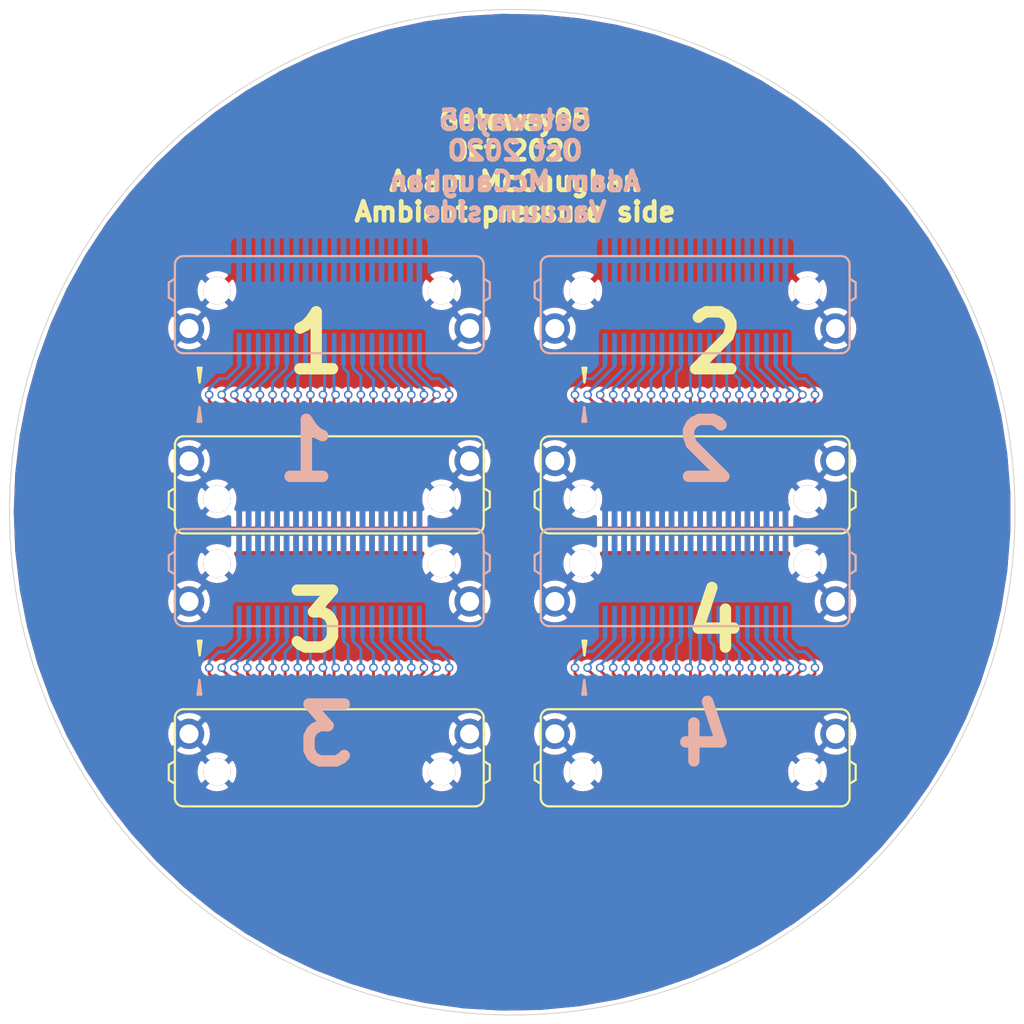
<source format=kicad_pcb>
(kicad_pcb (version 20171130) (host pcbnew "(5.1.4)-1")
  (layers (0 F.Cu signal hide) (31 B.Cu signal hide) (34 B.Paste user hide) (35 F.Paste user hide) (36 B.SilkS user hide) (37 F.SilkS user hide) (38 B.Mask user) (39 F.Mask user) (44 Edge.Cuts user hide))
  (net 0 "")
  (net 1 GND)
  (net 2 "Net-(U3-Pad2)")
  (net 3 "Net-(U3-Pad4)")
  (net 4 "Net-(U3-Pad6)")
  (net 5 "Net-(U3-Pad8)")
  (net 6 "Net-(U3-Pad10)")
  (net 7 "Net-(U3-Pad12)")
  (net 8 "Net-(U3-Pad14)")
  (net 9 "Net-(U3-Pad16)")
  (net 10 "Net-(U3-Pad18)")
  (net 11 "Net-(U3-Pad20)")
  (net 12 "Net-(U1-Pad2)")
  (net 13 "Net-(U1-Pad4)")
  (net 14 "Net-(U1-Pad6)")
  (net 15 "Net-(U1-Pad8)")
  (net 16 "Net-(U1-Pad10)")
  (net 17 "Net-(U1-Pad12)")
  (net 18 "Net-(U1-Pad14)")
  (net 19 "Net-(U1-Pad16)")
  (net 20 "Net-(U1-Pad18)")
  (net 21 "Net-(U1-Pad20)")
  (net 22 "Net-(U5-Pad2)")
  (net 23 "Net-(U5-Pad4)")
  (net 24 "Net-(U5-Pad6)")
  (net 25 "Net-(U5-Pad8)")
  (net 26 "Net-(U5-Pad10)")
  (net 27 "Net-(U5-Pad12)")
  (net 28 "Net-(U5-Pad14)")
  (net 29 "Net-(U5-Pad16)")
  (net 30 "Net-(U5-Pad18)")
  (net 31 "Net-(U5-Pad20)")
  (net 32 "Net-(U7-Pad2)")
  (net 33 "Net-(U7-Pad4)")
  (net 34 "Net-(U7-Pad6)")
  (net 35 "Net-(U7-Pad8)")
  (net 36 "Net-(U7-Pad10)")
  (net 37 "Net-(U7-Pad12)")
  (net 38 "Net-(U7-Pad14)")
  (net 39 "Net-(U7-Pad16)")
  (net 40 "Net-(U7-Pad18)")
  (net 41 "Net-(U7-Pad20)")
  (net 42 "Net-(U1-Pad22)")
  (net 43 "Net-(U1-Pad24)")
  (net 44 "Net-(U1-Pad26)")
  (net 45 "Net-(U1-Pad28)")
  (net 46 "Net-(U1-Pad30)")
  (net 47 "Net-(U1-Pad32)")
  (net 48 "Net-(U1-Pad34)")
  (net 49 "Net-(U1-Pad36)")
  (net 50 "Net-(U1-Pad38)")
  (net 51 "Net-(U1-Pad40)")
  (net 52 "Net-(U3-Pad40)")
  (net 53 "Net-(U3-Pad38)")
  (net 54 "Net-(U3-Pad36)")
  (net 55 "Net-(U3-Pad34)")
  (net 56 "Net-(U3-Pad32)")
  (net 57 "Net-(U3-Pad30)")
  (net 58 "Net-(U3-Pad28)")
  (net 59 "Net-(U3-Pad26)")
  (net 60 "Net-(U3-Pad24)")
  (net 61 "Net-(U3-Pad22)")
  (net 62 "Net-(U5-Pad22)")
  (net 63 "Net-(U5-Pad24)")
  (net 64 "Net-(U5-Pad26)")
  (net 65 "Net-(U5-Pad28)")
  (net 66 "Net-(U5-Pad30)")
  (net 67 "Net-(U5-Pad32)")
  (net 68 "Net-(U5-Pad34)")
  (net 69 "Net-(U5-Pad36)")
  (net 70 "Net-(U5-Pad38)")
  (net 71 "Net-(U5-Pad40)")
  (net 72 "Net-(U7-Pad40)")
  (net 73 "Net-(U7-Pad38)")
  (net 74 "Net-(U7-Pad36)")
  (net 75 "Net-(U7-Pad34)")
  (net 76 "Net-(U7-Pad32)")
  (net 77 "Net-(U7-Pad30)")
  (net 78 "Net-(U7-Pad28)")
  (net 79 "Net-(U7-Pad26)")
  (net 80 "Net-(U7-Pad24)")
  (net 81 "Net-(U7-Pad22)")
  (module Gateway04:LSHM-120-02.5-L-DV-A-S-TR (layer F.Cu) (at 103.494 110.193)
    (fp_text reference U8 hide)
    (fp_text value LSHM hide)
    (pad 21 smd rect (at -0.25 2.35) (size 0.25 1.7) (layers F.Cu F.Paste F.Mask) (net 1 GND) (clearance 0.05))
    (pad 22 smd rect (at -0.25 -2.35) (size 0.25 1.7) (layers F.Cu F.Paste F.Mask) (net 81 "Net-(U7-Pad22)") (clearance 0.05))
    (pad 23 smd rect (at -0.75 2.35) (size 0.25 1.7) (layers F.Cu F.Paste F.Mask) (net 1 GND) (clearance 0.05))
    (pad 24 smd rect (at -0.75 -2.35) (size 0.25 1.7) (layers F.Cu F.Paste F.Mask) (net 80 "Net-(U7-Pad24)") (clearance 0.05))
    (pad 25 smd rect (at -1.25 2.35) (size 0.25 1.7) (layers F.Cu F.Paste F.Mask) (net 1 GND) (clearance 0.05))
    (pad 26 smd rect (at -1.25 -2.35) (size 0.25 1.7) (layers F.Cu F.Paste F.Mask) (net 79 "Net-(U7-Pad26)") (clearance 0.05))
    (pad 27 smd rect (at -1.75 2.35) (size 0.25 1.7) (layers F.Cu F.Paste F.Mask) (net 1 GND) (clearance 0.05))
    (pad 28 smd rect (at -1.75 -2.35) (size 0.25 1.7) (layers F.Cu F.Paste F.Mask) (net 78 "Net-(U7-Pad28)") (clearance 0.05))
    (pad 29 smd rect (at -2.25 2.35) (size 0.25 1.7) (layers F.Cu F.Paste F.Mask) (net 1 GND) (clearance 0.05))
    (pad 30 smd rect (at -2.25 -2.35) (size 0.25 1.7) (layers F.Cu F.Paste F.Mask) (net 77 "Net-(U7-Pad30)") (clearance 0.05))
    (pad 31 smd rect (at -2.75 2.35) (size 0.25 1.7) (layers F.Cu F.Paste F.Mask) (net 1 GND) (clearance 0.05))
    (pad 32 smd rect (at -2.75 -2.35) (size 0.25 1.7) (layers F.Cu F.Paste F.Mask) (net 76 "Net-(U7-Pad32)") (clearance 0.05))
    (pad 33 smd rect (at -3.25 2.35) (size 0.25 1.7) (layers F.Cu F.Paste F.Mask) (net 1 GND) (clearance 0.05))
    (pad 34 smd rect (at -3.25 -2.35) (size 0.25 1.7) (layers F.Cu F.Paste F.Mask) (net 75 "Net-(U7-Pad34)") (clearance 0.05))
    (pad 35 smd rect (at -3.75 2.35) (size 0.25 1.7) (layers F.Cu F.Paste F.Mask) (net 1 GND) (clearance 0.05))
    (pad 36 smd rect (at -3.75 -2.35) (size 0.25 1.7) (layers F.Cu F.Paste F.Mask) (net 74 "Net-(U7-Pad36)") (clearance 0.05))
    (pad 37 smd rect (at -4.25 2.35) (size 0.25 1.7) (layers F.Cu F.Paste F.Mask) (net 1 GND) (clearance 0.05))
    (pad 38 smd rect (at -4.25 -2.35) (size 0.25 1.7) (layers F.Cu F.Paste F.Mask) (net 73 "Net-(U7-Pad38)") (clearance 0.05))
    (pad 39 smd rect (at -4.75 2.35) (size 0.25 1.7) (layers F.Cu F.Paste F.Mask) (net 1 GND) (clearance 0.05))
    (pad 40 smd rect (at -4.75 -2.35) (size 0.25 1.7) (layers F.Cu F.Paste F.Mask) (net 72 "Net-(U7-Pad40)") (clearance 0.05))
    (pad 0 thru_hole circle (at -7.395 -1.26) (size 1.6 1.6) (drill 1) (layers *.Cu *.Mask) (net 1 GND))
    (pad 0 thru_hole circle (at 7.395 -1.26) (size 1.6 1.6) (drill 1) (layers *.Cu *.Mask) (net 1 GND))
    (pad 0 thru_hole circle (at -5.92 0.74) (size 1.45 1.45) (drill 1.45) (layers *.Cu *.Mask) (net 1 GND))
    (pad 0 thru_hole circle (at 5.92 0.74) (size 1.45 1.45) (drill 1.45) (layers *.Cu *.Mask) (net 1 GND))
    (pad 4 smd rect (at 4.25 -2.35) (size 0.25 1.7) (layers F.Cu F.Paste F.Mask) (net 33 "Net-(U7-Pad4)") (clearance 0.05))
    (pad 10 smd rect (at 2.75 -2.35) (size 0.25 1.7) (layers F.Cu F.Paste F.Mask) (net 36 "Net-(U7-Pad10)") (clearance 0.05))
    (pad 18 smd rect (at 0.75 -2.35) (size 0.25 1.7) (layers F.Cu F.Paste F.Mask) (net 40 "Net-(U7-Pad18)") (clearance 0.05))
    (pad 2 smd rect (at 4.75 -2.35) (size 0.25 1.7) (layers F.Cu F.Paste F.Mask) (net 32 "Net-(U7-Pad2)") (clearance 0.05))
    (pad 14 smd rect (at 1.75 -2.35) (size 0.25 1.7) (layers F.Cu F.Paste F.Mask) (net 38 "Net-(U7-Pad14)") (clearance 0.05))
    (pad 12 smd rect (at 2.25 -2.35) (size 0.25 1.7) (layers F.Cu F.Paste F.Mask) (net 37 "Net-(U7-Pad12)") (clearance 0.05))
    (pad 20 smd rect (at 0.25 -2.35) (size 0.25 1.7) (layers F.Cu F.Paste F.Mask) (net 41 "Net-(U7-Pad20)") (clearance 0.05))
    (pad 6 smd rect (at 3.75 -2.35) (size 0.25 1.7) (layers F.Cu F.Paste F.Mask) (net 34 "Net-(U7-Pad6)") (clearance 0.05))
    (pad 16 smd rect (at 1.25 -2.35) (size 0.25 1.7) (layers F.Cu F.Paste F.Mask) (net 39 "Net-(U7-Pad16)") (clearance 0.05))
    (pad 8 smd rect (at 3.25 -2.35) (size 0.25 1.7) (layers F.Cu F.Paste F.Mask) (net 35 "Net-(U7-Pad8)") (clearance 0.05))
    (pad 3 smd rect (at 4.25 2.35) (size 0.25 1.7) (layers F.Cu F.Paste F.Mask) (net 1 GND) (clearance 0.05))
    (pad 9 smd rect (at 2.75 2.35) (size 0.25 1.7) (layers F.Cu F.Paste F.Mask) (net 1 GND) (clearance 0.05))
    (pad 17 smd rect (at 0.75 2.35) (size 0.25 1.7) (layers F.Cu F.Paste F.Mask) (net 1 GND) (clearance 0.05))
    (pad 1 smd rect (at 4.75 2.35) (size 0.25 1.7) (layers F.Cu F.Paste F.Mask) (net 1 GND) (clearance 0.05))
    (pad 13 smd rect (at 1.75 2.35) (size 0.25 1.7) (layers F.Cu F.Paste F.Mask) (net 1 GND) (clearance 0.05))
    (pad 11 smd rect (at 2.25 2.35) (size 0.25 1.7) (layers F.Cu F.Paste F.Mask) (net 1 GND) (clearance 0.05))
    (pad 19 smd rect (at 0.25 2.35) (size 0.25 1.7) (layers F.Cu F.Paste F.Mask) (net 1 GND) (clearance 0.05))
    (pad 5 smd rect (at 3.75 2.35) (size 0.25 1.7) (layers F.Cu F.Paste F.Mask) (net 1 GND) (clearance 0.05))
    (pad 15 smd rect (at 1.25 2.35) (size 0.25 1.7) (layers F.Cu F.Paste F.Mask) (net 1 GND) (clearance 0.05))
    (pad 7 smd rect (at 3.25 2.35) (size 0.25 1.7) (layers F.Cu F.Paste F.Mask) (net 1 GND) (clearance 0.05))
  )
  (module Gateway04:LSHM-120-02.5-L-DV-A-S-TR (layer B.Cu) (at 103.494 100.693)
    (fp_text reference U7 hide)
    (fp_text value LSHM hide)
    (pad 21 smd rect (at -0.25 -2.35) (size 0.25 1.7) (layers B.Cu B.Paste B.Mask) (net 1 GND) (clearance 0.05))
    (pad 22 smd rect (at -0.25 2.35) (size 0.25 1.7) (layers B.Cu B.Paste B.Mask) (net 81 "Net-(U7-Pad22)") (clearance 0.05))
    (pad 23 smd rect (at -0.75 -2.35) (size 0.25 1.7) (layers B.Cu B.Paste B.Mask) (net 1 GND) (clearance 0.05))
    (pad 24 smd rect (at -0.75 2.35) (size 0.25 1.7) (layers B.Cu B.Paste B.Mask) (net 80 "Net-(U7-Pad24)") (clearance 0.05))
    (pad 25 smd rect (at -1.25 -2.35) (size 0.25 1.7) (layers B.Cu B.Paste B.Mask) (net 1 GND) (clearance 0.05))
    (pad 26 smd rect (at -1.25 2.35) (size 0.25 1.7) (layers B.Cu B.Paste B.Mask) (net 79 "Net-(U7-Pad26)") (clearance 0.05))
    (pad 27 smd rect (at -1.75 -2.35) (size 0.25 1.7) (layers B.Cu B.Paste B.Mask) (net 1 GND) (clearance 0.05))
    (pad 28 smd rect (at -1.75 2.35) (size 0.25 1.7) (layers B.Cu B.Paste B.Mask) (net 78 "Net-(U7-Pad28)") (clearance 0.05))
    (pad 29 smd rect (at -2.25 -2.35) (size 0.25 1.7) (layers B.Cu B.Paste B.Mask) (net 1 GND) (clearance 0.05))
    (pad 30 smd rect (at -2.25 2.35) (size 0.25 1.7) (layers B.Cu B.Paste B.Mask) (net 77 "Net-(U7-Pad30)") (clearance 0.05))
    (pad 31 smd rect (at -2.75 -2.35) (size 0.25 1.7) (layers B.Cu B.Paste B.Mask) (net 1 GND) (clearance 0.05))
    (pad 32 smd rect (at -2.75 2.35) (size 0.25 1.7) (layers B.Cu B.Paste B.Mask) (net 76 "Net-(U7-Pad32)") (clearance 0.05))
    (pad 33 smd rect (at -3.25 -2.35) (size 0.25 1.7) (layers B.Cu B.Paste B.Mask) (net 1 GND) (clearance 0.05))
    (pad 34 smd rect (at -3.25 2.35) (size 0.25 1.7) (layers B.Cu B.Paste B.Mask) (net 75 "Net-(U7-Pad34)") (clearance 0.05))
    (pad 35 smd rect (at -3.75 -2.35) (size 0.25 1.7) (layers B.Cu B.Paste B.Mask) (net 1 GND) (clearance 0.05))
    (pad 36 smd rect (at -3.75 2.35) (size 0.25 1.7) (layers B.Cu B.Paste B.Mask) (net 74 "Net-(U7-Pad36)") (clearance 0.05))
    (pad 37 smd rect (at -4.25 -2.35) (size 0.25 1.7) (layers B.Cu B.Paste B.Mask) (net 1 GND) (clearance 0.05))
    (pad 38 smd rect (at -4.25 2.35) (size 0.25 1.7) (layers B.Cu B.Paste B.Mask) (net 73 "Net-(U7-Pad38)") (clearance 0.05))
    (pad 39 smd rect (at -4.75 -2.35) (size 0.25 1.7) (layers B.Cu B.Paste B.Mask) (net 1 GND) (clearance 0.05))
    (pad 40 smd rect (at -4.75 2.35) (size 0.25 1.7) (layers B.Cu B.Paste B.Mask) (net 72 "Net-(U7-Pad40)") (clearance 0.05))
    (pad 0 thru_hole circle (at -7.395 1.26) (size 1.6 1.6) (drill 1) (layers *.Cu *.Mask) (net 1 GND))
    (pad 0 thru_hole circle (at 7.395 1.26) (size 1.6 1.6) (drill 1) (layers *.Cu *.Mask) (net 1 GND))
    (pad 0 thru_hole circle (at -5.92 -0.74) (size 1.45 1.45) (drill 1.45) (layers *.Cu *.Mask) (net 1 GND))
    (pad 0 thru_hole circle (at 5.92 -0.74) (size 1.45 1.45) (drill 1.45) (layers *.Cu *.Mask) (net 1 GND))
    (pad 4 smd rect (at 4.25 2.35) (size 0.25 1.7) (layers B.Cu B.Paste B.Mask) (net 33 "Net-(U7-Pad4)") (clearance 0.05))
    (pad 10 smd rect (at 2.75 2.35) (size 0.25 1.7) (layers B.Cu B.Paste B.Mask) (net 36 "Net-(U7-Pad10)") (clearance 0.05))
    (pad 18 smd rect (at 0.75 2.35) (size 0.25 1.7) (layers B.Cu B.Paste B.Mask) (net 40 "Net-(U7-Pad18)") (clearance 0.05))
    (pad 2 smd rect (at 4.75 2.35) (size 0.25 1.7) (layers B.Cu B.Paste B.Mask) (net 32 "Net-(U7-Pad2)") (clearance 0.05))
    (pad 14 smd rect (at 1.75 2.35) (size 0.25 1.7) (layers B.Cu B.Paste B.Mask) (net 38 "Net-(U7-Pad14)") (clearance 0.05))
    (pad 12 smd rect (at 2.25 2.35) (size 0.25 1.7) (layers B.Cu B.Paste B.Mask) (net 37 "Net-(U7-Pad12)") (clearance 0.05))
    (pad 20 smd rect (at 0.25 2.35) (size 0.25 1.7) (layers B.Cu B.Paste B.Mask) (net 41 "Net-(U7-Pad20)") (clearance 0.05))
    (pad 6 smd rect (at 3.75 2.35) (size 0.25 1.7) (layers B.Cu B.Paste B.Mask) (net 34 "Net-(U7-Pad6)") (clearance 0.05))
    (pad 16 smd rect (at 1.25 2.35) (size 0.25 1.7) (layers B.Cu B.Paste B.Mask) (net 39 "Net-(U7-Pad16)") (clearance 0.05))
    (pad 8 smd rect (at 3.25 2.35) (size 0.25 1.7) (layers B.Cu B.Paste B.Mask) (net 35 "Net-(U7-Pad8)") (clearance 0.05))
    (pad 3 smd rect (at 4.25 -2.35) (size 0.25 1.7) (layers B.Cu B.Paste B.Mask) (net 1 GND) (clearance 0.05))
    (pad 9 smd rect (at 2.75 -2.35) (size 0.25 1.7) (layers B.Cu B.Paste B.Mask) (net 1 GND) (clearance 0.05))
    (pad 17 smd rect (at 0.75 -2.35) (size 0.25 1.7) (layers B.Cu B.Paste B.Mask) (net 1 GND) (clearance 0.05))
    (pad 1 smd rect (at 4.75 -2.35) (size 0.25 1.7) (layers B.Cu B.Paste B.Mask) (net 1 GND) (clearance 0.05))
    (pad 13 smd rect (at 1.75 -2.35) (size 0.25 1.7) (layers B.Cu B.Paste B.Mask) (net 1 GND) (clearance 0.05))
    (pad 11 smd rect (at 2.25 -2.35) (size 0.25 1.7) (layers B.Cu B.Paste B.Mask) (net 1 GND) (clearance 0.05))
    (pad 19 smd rect (at 0.25 -2.35) (size 0.25 1.7) (layers B.Cu B.Paste B.Mask) (net 1 GND) (clearance 0.05))
    (pad 5 smd rect (at 3.75 -2.35) (size 0.25 1.7) (layers B.Cu B.Paste B.Mask) (net 1 GND) (clearance 0.05))
    (pad 15 smd rect (at 1.25 -2.35) (size 0.25 1.7) (layers B.Cu B.Paste B.Mask) (net 1 GND) (clearance 0.05))
    (pad 7 smd rect (at 3.25 -2.35) (size 0.25 1.7) (layers B.Cu B.Paste B.Mask) (net 1 GND) (clearance 0.05))
  )
  (module Gateway04:LSHM-120-02.5-L-DV-A-S-TR (layer F.Cu) (at 103.494 95.807)
    (fp_text reference U4 hide)
    (fp_text value LSHM hide)
    (pad 21 smd rect (at -0.25 2.35) (size 0.25 1.7) (layers F.Cu F.Paste F.Mask) (net 1 GND) (clearance 0.05))
    (pad 22 smd rect (at -0.25 -2.35) (size 0.25 1.7) (layers F.Cu F.Paste F.Mask) (net 61 "Net-(U3-Pad22)") (clearance 0.05))
    (pad 23 smd rect (at -0.75 2.35) (size 0.25 1.7) (layers F.Cu F.Paste F.Mask) (net 1 GND) (clearance 0.05))
    (pad 24 smd rect (at -0.75 -2.35) (size 0.25 1.7) (layers F.Cu F.Paste F.Mask) (net 60 "Net-(U3-Pad24)") (clearance 0.05))
    (pad 25 smd rect (at -1.25 2.35) (size 0.25 1.7) (layers F.Cu F.Paste F.Mask) (net 1 GND) (clearance 0.05))
    (pad 26 smd rect (at -1.25 -2.35) (size 0.25 1.7) (layers F.Cu F.Paste F.Mask) (net 59 "Net-(U3-Pad26)") (clearance 0.05))
    (pad 27 smd rect (at -1.75 2.35) (size 0.25 1.7) (layers F.Cu F.Paste F.Mask) (net 1 GND) (clearance 0.05))
    (pad 28 smd rect (at -1.75 -2.35) (size 0.25 1.7) (layers F.Cu F.Paste F.Mask) (net 58 "Net-(U3-Pad28)") (clearance 0.05))
    (pad 29 smd rect (at -2.25 2.35) (size 0.25 1.7) (layers F.Cu F.Paste F.Mask) (net 1 GND) (clearance 0.05))
    (pad 30 smd rect (at -2.25 -2.35) (size 0.25 1.7) (layers F.Cu F.Paste F.Mask) (net 57 "Net-(U3-Pad30)") (clearance 0.05))
    (pad 31 smd rect (at -2.75 2.35) (size 0.25 1.7) (layers F.Cu F.Paste F.Mask) (net 1 GND) (clearance 0.05))
    (pad 32 smd rect (at -2.75 -2.35) (size 0.25 1.7) (layers F.Cu F.Paste F.Mask) (net 56 "Net-(U3-Pad32)") (clearance 0.05))
    (pad 33 smd rect (at -3.25 2.35) (size 0.25 1.7) (layers F.Cu F.Paste F.Mask) (net 1 GND) (clearance 0.05))
    (pad 34 smd rect (at -3.25 -2.35) (size 0.25 1.7) (layers F.Cu F.Paste F.Mask) (net 55 "Net-(U3-Pad34)") (clearance 0.05))
    (pad 35 smd rect (at -3.75 2.35) (size 0.25 1.7) (layers F.Cu F.Paste F.Mask) (net 1 GND) (clearance 0.05))
    (pad 36 smd rect (at -3.75 -2.35) (size 0.25 1.7) (layers F.Cu F.Paste F.Mask) (net 54 "Net-(U3-Pad36)") (clearance 0.05))
    (pad 37 smd rect (at -4.25 2.35) (size 0.25 1.7) (layers F.Cu F.Paste F.Mask) (net 1 GND) (clearance 0.05))
    (pad 38 smd rect (at -4.25 -2.35) (size 0.25 1.7) (layers F.Cu F.Paste F.Mask) (net 53 "Net-(U3-Pad38)") (clearance 0.05))
    (pad 39 smd rect (at -4.75 2.35) (size 0.25 1.7) (layers F.Cu F.Paste F.Mask) (net 1 GND) (clearance 0.05))
    (pad 40 smd rect (at -4.75 -2.35) (size 0.25 1.7) (layers F.Cu F.Paste F.Mask) (net 52 "Net-(U3-Pad40)") (clearance 0.05))
    (pad 0 thru_hole circle (at -7.395 -1.26) (size 1.6 1.6) (drill 1) (layers *.Cu *.Mask) (net 1 GND))
    (pad 0 thru_hole circle (at 7.395 -1.26) (size 1.6 1.6) (drill 1) (layers *.Cu *.Mask) (net 1 GND))
    (pad 0 thru_hole circle (at -5.92 0.74) (size 1.45 1.45) (drill 1.45) (layers *.Cu *.Mask) (net 1 GND))
    (pad 0 thru_hole circle (at 5.92 0.74) (size 1.45 1.45) (drill 1.45) (layers *.Cu *.Mask) (net 1 GND))
    (pad 4 smd rect (at 4.25 -2.35) (size 0.25 1.7) (layers F.Cu F.Paste F.Mask) (net 3 "Net-(U3-Pad4)") (clearance 0.05))
    (pad 10 smd rect (at 2.75 -2.35) (size 0.25 1.7) (layers F.Cu F.Paste F.Mask) (net 6 "Net-(U3-Pad10)") (clearance 0.05))
    (pad 18 smd rect (at 0.75 -2.35) (size 0.25 1.7) (layers F.Cu F.Paste F.Mask) (net 10 "Net-(U3-Pad18)") (clearance 0.05))
    (pad 2 smd rect (at 4.75 -2.35) (size 0.25 1.7) (layers F.Cu F.Paste F.Mask) (net 2 "Net-(U3-Pad2)") (clearance 0.05))
    (pad 14 smd rect (at 1.75 -2.35) (size 0.25 1.7) (layers F.Cu F.Paste F.Mask) (net 8 "Net-(U3-Pad14)") (clearance 0.05))
    (pad 12 smd rect (at 2.25 -2.35) (size 0.25 1.7) (layers F.Cu F.Paste F.Mask) (net 7 "Net-(U3-Pad12)") (clearance 0.05))
    (pad 20 smd rect (at 0.25 -2.35) (size 0.25 1.7) (layers F.Cu F.Paste F.Mask) (net 11 "Net-(U3-Pad20)") (clearance 0.05))
    (pad 6 smd rect (at 3.75 -2.35) (size 0.25 1.7) (layers F.Cu F.Paste F.Mask) (net 4 "Net-(U3-Pad6)") (clearance 0.05))
    (pad 16 smd rect (at 1.25 -2.35) (size 0.25 1.7) (layers F.Cu F.Paste F.Mask) (net 9 "Net-(U3-Pad16)") (clearance 0.05))
    (pad 8 smd rect (at 3.25 -2.35) (size 0.25 1.7) (layers F.Cu F.Paste F.Mask) (net 5 "Net-(U3-Pad8)") (clearance 0.05))
    (pad 3 smd rect (at 4.25 2.35) (size 0.25 1.7) (layers F.Cu F.Paste F.Mask) (net 1 GND) (clearance 0.05))
    (pad 9 smd rect (at 2.75 2.35) (size 0.25 1.7) (layers F.Cu F.Paste F.Mask) (net 1 GND) (clearance 0.05))
    (pad 17 smd rect (at 0.75 2.35) (size 0.25 1.7) (layers F.Cu F.Paste F.Mask) (net 1 GND) (clearance 0.05))
    (pad 1 smd rect (at 4.75 2.35) (size 0.25 1.7) (layers F.Cu F.Paste F.Mask) (net 1 GND) (clearance 0.05))
    (pad 13 smd rect (at 1.75 2.35) (size 0.25 1.7) (layers F.Cu F.Paste F.Mask) (net 1 GND) (clearance 0.05))
    (pad 11 smd rect (at 2.25 2.35) (size 0.25 1.7) (layers F.Cu F.Paste F.Mask) (net 1 GND) (clearance 0.05))
    (pad 19 smd rect (at 0.25 2.35) (size 0.25 1.7) (layers F.Cu F.Paste F.Mask) (net 1 GND) (clearance 0.05))
    (pad 5 smd rect (at 3.75 2.35) (size 0.25 1.7) (layers F.Cu F.Paste F.Mask) (net 1 GND) (clearance 0.05))
    (pad 15 smd rect (at 1.25 2.35) (size 0.25 1.7) (layers F.Cu F.Paste F.Mask) (net 1 GND) (clearance 0.05))
    (pad 7 smd rect (at 3.25 2.35) (size 0.25 1.7) (layers F.Cu F.Paste F.Mask) (net 1 GND) (clearance 0.05))
  )
  (module Gateway04:LSHM-120-02.5-L-DV-A-S-TR (layer B.Cu) (at 103.494 86.307)
    (fp_text reference U3 hide)
    (fp_text value LSHM hide)
    (pad 21 smd rect (at -0.25 -2.35) (size 0.25 1.7) (layers B.Cu B.Paste B.Mask) (net 1 GND) (clearance 0.05))
    (pad 22 smd rect (at -0.25 2.35) (size 0.25 1.7) (layers B.Cu B.Paste B.Mask) (net 61 "Net-(U3-Pad22)") (clearance 0.05))
    (pad 23 smd rect (at -0.75 -2.35) (size 0.25 1.7) (layers B.Cu B.Paste B.Mask) (net 1 GND) (clearance 0.05))
    (pad 24 smd rect (at -0.75 2.35) (size 0.25 1.7) (layers B.Cu B.Paste B.Mask) (net 60 "Net-(U3-Pad24)") (clearance 0.05))
    (pad 25 smd rect (at -1.25 -2.35) (size 0.25 1.7) (layers B.Cu B.Paste B.Mask) (net 1 GND) (clearance 0.05))
    (pad 26 smd rect (at -1.25 2.35) (size 0.25 1.7) (layers B.Cu B.Paste B.Mask) (net 59 "Net-(U3-Pad26)") (clearance 0.05))
    (pad 27 smd rect (at -1.75 -2.35) (size 0.25 1.7) (layers B.Cu B.Paste B.Mask) (net 1 GND) (clearance 0.05))
    (pad 28 smd rect (at -1.75 2.35) (size 0.25 1.7) (layers B.Cu B.Paste B.Mask) (net 58 "Net-(U3-Pad28)") (clearance 0.05))
    (pad 29 smd rect (at -2.25 -2.35) (size 0.25 1.7) (layers B.Cu B.Paste B.Mask) (net 1 GND) (clearance 0.05))
    (pad 30 smd rect (at -2.25 2.35) (size 0.25 1.7) (layers B.Cu B.Paste B.Mask) (net 57 "Net-(U3-Pad30)") (clearance 0.05))
    (pad 31 smd rect (at -2.75 -2.35) (size 0.25 1.7) (layers B.Cu B.Paste B.Mask) (net 1 GND) (clearance 0.05))
    (pad 32 smd rect (at -2.75 2.35) (size 0.25 1.7) (layers B.Cu B.Paste B.Mask) (net 56 "Net-(U3-Pad32)") (clearance 0.05))
    (pad 33 smd rect (at -3.25 -2.35) (size 0.25 1.7) (layers B.Cu B.Paste B.Mask) (net 1 GND) (clearance 0.05))
    (pad 34 smd rect (at -3.25 2.35) (size 0.25 1.7) (layers B.Cu B.Paste B.Mask) (net 55 "Net-(U3-Pad34)") (clearance 0.05))
    (pad 35 smd rect (at -3.75 -2.35) (size 0.25 1.7) (layers B.Cu B.Paste B.Mask) (net 1 GND) (clearance 0.05))
    (pad 36 smd rect (at -3.75 2.35) (size 0.25 1.7) (layers B.Cu B.Paste B.Mask) (net 54 "Net-(U3-Pad36)") (clearance 0.05))
    (pad 37 smd rect (at -4.25 -2.35) (size 0.25 1.7) (layers B.Cu B.Paste B.Mask) (net 1 GND) (clearance 0.05))
    (pad 38 smd rect (at -4.25 2.35) (size 0.25 1.7) (layers B.Cu B.Paste B.Mask) (net 53 "Net-(U3-Pad38)") (clearance 0.05))
    (pad 39 smd rect (at -4.75 -2.35) (size 0.25 1.7) (layers B.Cu B.Paste B.Mask) (net 1 GND) (clearance 0.05))
    (pad 40 smd rect (at -4.75 2.35) (size 0.25 1.7) (layers B.Cu B.Paste B.Mask) (net 52 "Net-(U3-Pad40)") (clearance 0.05))
    (pad 0 thru_hole circle (at -7.395 1.26) (size 1.6 1.6) (drill 1) (layers *.Cu *.Mask) (net 1 GND))
    (pad 0 thru_hole circle (at 7.395 1.26) (size 1.6 1.6) (drill 1) (layers *.Cu *.Mask) (net 1 GND))
    (pad 0 thru_hole circle (at -5.92 -0.74) (size 1.45 1.45) (drill 1.45) (layers *.Cu *.Mask) (net 1 GND))
    (pad 0 thru_hole circle (at 5.92 -0.74) (size 1.45 1.45) (drill 1.45) (layers *.Cu *.Mask) (net 1 GND))
    (pad 4 smd rect (at 4.25 2.35) (size 0.25 1.7) (layers B.Cu B.Paste B.Mask) (net 3 "Net-(U3-Pad4)") (clearance 0.05))
    (pad 10 smd rect (at 2.75 2.35) (size 0.25 1.7) (layers B.Cu B.Paste B.Mask) (net 6 "Net-(U3-Pad10)") (clearance 0.05))
    (pad 18 smd rect (at 0.75 2.35) (size 0.25 1.7) (layers B.Cu B.Paste B.Mask) (net 10 "Net-(U3-Pad18)") (clearance 0.05))
    (pad 2 smd rect (at 4.75 2.35) (size 0.25 1.7) (layers B.Cu B.Paste B.Mask) (net 2 "Net-(U3-Pad2)") (clearance 0.05))
    (pad 14 smd rect (at 1.75 2.35) (size 0.25 1.7) (layers B.Cu B.Paste B.Mask) (net 8 "Net-(U3-Pad14)") (clearance 0.05))
    (pad 12 smd rect (at 2.25 2.35) (size 0.25 1.7) (layers B.Cu B.Paste B.Mask) (net 7 "Net-(U3-Pad12)") (clearance 0.05))
    (pad 20 smd rect (at 0.25 2.35) (size 0.25 1.7) (layers B.Cu B.Paste B.Mask) (net 11 "Net-(U3-Pad20)") (clearance 0.05))
    (pad 6 smd rect (at 3.75 2.35) (size 0.25 1.7) (layers B.Cu B.Paste B.Mask) (net 4 "Net-(U3-Pad6)") (clearance 0.05))
    (pad 16 smd rect (at 1.25 2.35) (size 0.25 1.7) (layers B.Cu B.Paste B.Mask) (net 9 "Net-(U3-Pad16)") (clearance 0.05))
    (pad 8 smd rect (at 3.25 2.35) (size 0.25 1.7) (layers B.Cu B.Paste B.Mask) (net 5 "Net-(U3-Pad8)") (clearance 0.05))
    (pad 3 smd rect (at 4.25 -2.35) (size 0.25 1.7) (layers B.Cu B.Paste B.Mask) (net 1 GND) (clearance 0.05))
    (pad 9 smd rect (at 2.75 -2.35) (size 0.25 1.7) (layers B.Cu B.Paste B.Mask) (net 1 GND) (clearance 0.05))
    (pad 17 smd rect (at 0.75 -2.35) (size 0.25 1.7) (layers B.Cu B.Paste B.Mask) (net 1 GND) (clearance 0.05))
    (pad 1 smd rect (at 4.75 -2.35) (size 0.25 1.7) (layers B.Cu B.Paste B.Mask) (net 1 GND) (clearance 0.05))
    (pad 13 smd rect (at 1.75 -2.35) (size 0.25 1.7) (layers B.Cu B.Paste B.Mask) (net 1 GND) (clearance 0.05))
    (pad 11 smd rect (at 2.25 -2.35) (size 0.25 1.7) (layers B.Cu B.Paste B.Mask) (net 1 GND) (clearance 0.05))
    (pad 19 smd rect (at 0.25 -2.35) (size 0.25 1.7) (layers B.Cu B.Paste B.Mask) (net 1 GND) (clearance 0.05))
    (pad 5 smd rect (at 3.75 -2.35) (size 0.25 1.7) (layers B.Cu B.Paste B.Mask) (net 1 GND) (clearance 0.05))
    (pad 15 smd rect (at 1.25 -2.35) (size 0.25 1.7) (layers B.Cu B.Paste B.Mask) (net 1 GND) (clearance 0.05))
    (pad 7 smd rect (at 3.25 -2.35) (size 0.25 1.7) (layers B.Cu B.Paste B.Mask) (net 1 GND) (clearance 0.05))
  )
  (module Gateway04:LSHM-120-02.5-L-DV-A-S-TR (layer F.Cu) (at 84.21 110.193)
    (fp_text reference U6 hide)
    (fp_text value LSHM hide)
    (pad 21 smd rect (at -0.25 2.35) (size 0.25 1.7) (layers F.Cu F.Paste F.Mask) (net 1 GND) (clearance 0.05))
    (pad 22 smd rect (at -0.25 -2.35) (size 0.25 1.7) (layers F.Cu F.Paste F.Mask) (net 62 "Net-(U5-Pad22)") (clearance 0.05))
    (pad 23 smd rect (at -0.75 2.35) (size 0.25 1.7) (layers F.Cu F.Paste F.Mask) (net 1 GND) (clearance 0.05))
    (pad 24 smd rect (at -0.75 -2.35) (size 0.25 1.7) (layers F.Cu F.Paste F.Mask) (net 63 "Net-(U5-Pad24)") (clearance 0.05))
    (pad 25 smd rect (at -1.25 2.35) (size 0.25 1.7) (layers F.Cu F.Paste F.Mask) (net 1 GND) (clearance 0.05))
    (pad 26 smd rect (at -1.25 -2.35) (size 0.25 1.7) (layers F.Cu F.Paste F.Mask) (net 64 "Net-(U5-Pad26)") (clearance 0.05))
    (pad 27 smd rect (at -1.75 2.35) (size 0.25 1.7) (layers F.Cu F.Paste F.Mask) (net 1 GND) (clearance 0.05))
    (pad 28 smd rect (at -1.75 -2.35) (size 0.25 1.7) (layers F.Cu F.Paste F.Mask) (net 65 "Net-(U5-Pad28)") (clearance 0.05))
    (pad 29 smd rect (at -2.25 2.35) (size 0.25 1.7) (layers F.Cu F.Paste F.Mask) (net 1 GND) (clearance 0.05))
    (pad 30 smd rect (at -2.25 -2.35) (size 0.25 1.7) (layers F.Cu F.Paste F.Mask) (net 66 "Net-(U5-Pad30)") (clearance 0.05))
    (pad 31 smd rect (at -2.75 2.35) (size 0.25 1.7) (layers F.Cu F.Paste F.Mask) (net 1 GND) (clearance 0.05))
    (pad 32 smd rect (at -2.75 -2.35) (size 0.25 1.7) (layers F.Cu F.Paste F.Mask) (net 67 "Net-(U5-Pad32)") (clearance 0.05))
    (pad 33 smd rect (at -3.25 2.35) (size 0.25 1.7) (layers F.Cu F.Paste F.Mask) (net 1 GND) (clearance 0.05))
    (pad 34 smd rect (at -3.25 -2.35) (size 0.25 1.7) (layers F.Cu F.Paste F.Mask) (net 68 "Net-(U5-Pad34)") (clearance 0.05))
    (pad 35 smd rect (at -3.75 2.35) (size 0.25 1.7) (layers F.Cu F.Paste F.Mask) (net 1 GND) (clearance 0.05))
    (pad 36 smd rect (at -3.75 -2.35) (size 0.25 1.7) (layers F.Cu F.Paste F.Mask) (net 69 "Net-(U5-Pad36)") (clearance 0.05))
    (pad 37 smd rect (at -4.25 2.35) (size 0.25 1.7) (layers F.Cu F.Paste F.Mask) (net 1 GND) (clearance 0.05))
    (pad 38 smd rect (at -4.25 -2.35) (size 0.25 1.7) (layers F.Cu F.Paste F.Mask) (net 70 "Net-(U5-Pad38)") (clearance 0.05))
    (pad 39 smd rect (at -4.75 2.35) (size 0.25 1.7) (layers F.Cu F.Paste F.Mask) (net 1 GND) (clearance 0.05))
    (pad 40 smd rect (at -4.75 -2.35) (size 0.25 1.7) (layers F.Cu F.Paste F.Mask) (net 71 "Net-(U5-Pad40)") (clearance 0.05))
    (pad 0 thru_hole circle (at -7.395 -1.26) (size 1.6 1.6) (drill 1) (layers *.Cu *.Mask) (net 1 GND))
    (pad 0 thru_hole circle (at 7.395 -1.26) (size 1.6 1.6) (drill 1) (layers *.Cu *.Mask) (net 1 GND))
    (pad 0 thru_hole circle (at -5.92 0.74) (size 1.45 1.45) (drill 1.45) (layers *.Cu *.Mask) (net 1 GND))
    (pad 0 thru_hole circle (at 5.92 0.74) (size 1.45 1.45) (drill 1.45) (layers *.Cu *.Mask) (net 1 GND))
    (pad 4 smd rect (at 4.25 -2.35) (size 0.25 1.7) (layers F.Cu F.Paste F.Mask) (net 23 "Net-(U5-Pad4)") (clearance 0.05))
    (pad 10 smd rect (at 2.75 -2.35) (size 0.25 1.7) (layers F.Cu F.Paste F.Mask) (net 26 "Net-(U5-Pad10)") (clearance 0.05))
    (pad 18 smd rect (at 0.75 -2.35) (size 0.25 1.7) (layers F.Cu F.Paste F.Mask) (net 30 "Net-(U5-Pad18)") (clearance 0.05))
    (pad 2 smd rect (at 4.75 -2.35) (size 0.25 1.7) (layers F.Cu F.Paste F.Mask) (net 22 "Net-(U5-Pad2)") (clearance 0.05))
    (pad 14 smd rect (at 1.75 -2.35) (size 0.25 1.7) (layers F.Cu F.Paste F.Mask) (net 28 "Net-(U5-Pad14)") (clearance 0.05))
    (pad 12 smd rect (at 2.25 -2.35) (size 0.25 1.7) (layers F.Cu F.Paste F.Mask) (net 27 "Net-(U5-Pad12)") (clearance 0.05))
    (pad 20 smd rect (at 0.25 -2.35) (size 0.25 1.7) (layers F.Cu F.Paste F.Mask) (net 31 "Net-(U5-Pad20)") (clearance 0.05))
    (pad 6 smd rect (at 3.75 -2.35) (size 0.25 1.7) (layers F.Cu F.Paste F.Mask) (net 24 "Net-(U5-Pad6)") (clearance 0.05))
    (pad 16 smd rect (at 1.25 -2.35) (size 0.25 1.7) (layers F.Cu F.Paste F.Mask) (net 29 "Net-(U5-Pad16)") (clearance 0.05))
    (pad 8 smd rect (at 3.25 -2.35) (size 0.25 1.7) (layers F.Cu F.Paste F.Mask) (net 25 "Net-(U5-Pad8)") (clearance 0.05))
    (pad 3 smd rect (at 4.25 2.35) (size 0.25 1.7) (layers F.Cu F.Paste F.Mask) (net 1 GND) (clearance 0.05))
    (pad 9 smd rect (at 2.75 2.35) (size 0.25 1.7) (layers F.Cu F.Paste F.Mask) (net 1 GND) (clearance 0.05))
    (pad 17 smd rect (at 0.75 2.35) (size 0.25 1.7) (layers F.Cu F.Paste F.Mask) (net 1 GND) (clearance 0.05))
    (pad 1 smd rect (at 4.75 2.35) (size 0.25 1.7) (layers F.Cu F.Paste F.Mask) (net 1 GND) (clearance 0.05))
    (pad 13 smd rect (at 1.75 2.35) (size 0.25 1.7) (layers F.Cu F.Paste F.Mask) (net 1 GND) (clearance 0.05))
    (pad 11 smd rect (at 2.25 2.35) (size 0.25 1.7) (layers F.Cu F.Paste F.Mask) (net 1 GND) (clearance 0.05))
    (pad 19 smd rect (at 0.25 2.35) (size 0.25 1.7) (layers F.Cu F.Paste F.Mask) (net 1 GND) (clearance 0.05))
    (pad 5 smd rect (at 3.75 2.35) (size 0.25 1.7) (layers F.Cu F.Paste F.Mask) (net 1 GND) (clearance 0.05))
    (pad 15 smd rect (at 1.25 2.35) (size 0.25 1.7) (layers F.Cu F.Paste F.Mask) (net 1 GND) (clearance 0.05))
    (pad 7 smd rect (at 3.25 2.35) (size 0.25 1.7) (layers F.Cu F.Paste F.Mask) (net 1 GND) (clearance 0.05))
  )
  (module Gateway04:LSHM-120-02.5-L-DV-A-S-TR (layer B.Cu) (at 84.21 100.693)
    (fp_text reference U5 hide)
    (fp_text value LSHM hide)
    (pad 21 smd rect (at -0.25 -2.35) (size 0.25 1.7) (layers B.Cu B.Paste B.Mask) (net 1 GND) (clearance 0.05))
    (pad 22 smd rect (at -0.25 2.35) (size 0.25 1.7) (layers B.Cu B.Paste B.Mask) (net 62 "Net-(U5-Pad22)") (clearance 0.05))
    (pad 23 smd rect (at -0.75 -2.35) (size 0.25 1.7) (layers B.Cu B.Paste B.Mask) (net 1 GND) (clearance 0.05))
    (pad 24 smd rect (at -0.75 2.35) (size 0.25 1.7) (layers B.Cu B.Paste B.Mask) (net 63 "Net-(U5-Pad24)") (clearance 0.05))
    (pad 25 smd rect (at -1.25 -2.35) (size 0.25 1.7) (layers B.Cu B.Paste B.Mask) (net 1 GND) (clearance 0.05))
    (pad 26 smd rect (at -1.25 2.35) (size 0.25 1.7) (layers B.Cu B.Paste B.Mask) (net 64 "Net-(U5-Pad26)") (clearance 0.05))
    (pad 27 smd rect (at -1.75 -2.35) (size 0.25 1.7) (layers B.Cu B.Paste B.Mask) (net 1 GND) (clearance 0.05))
    (pad 28 smd rect (at -1.75 2.35) (size 0.25 1.7) (layers B.Cu B.Paste B.Mask) (net 65 "Net-(U5-Pad28)") (clearance 0.05))
    (pad 29 smd rect (at -2.25 -2.35) (size 0.25 1.7) (layers B.Cu B.Paste B.Mask) (net 1 GND) (clearance 0.05))
    (pad 30 smd rect (at -2.25 2.35) (size 0.25 1.7) (layers B.Cu B.Paste B.Mask) (net 66 "Net-(U5-Pad30)") (clearance 0.05))
    (pad 31 smd rect (at -2.75 -2.35) (size 0.25 1.7) (layers B.Cu B.Paste B.Mask) (net 1 GND) (clearance 0.05))
    (pad 32 smd rect (at -2.75 2.35) (size 0.25 1.7) (layers B.Cu B.Paste B.Mask) (net 67 "Net-(U5-Pad32)") (clearance 0.05))
    (pad 33 smd rect (at -3.25 -2.35) (size 0.25 1.7) (layers B.Cu B.Paste B.Mask) (net 1 GND) (clearance 0.05))
    (pad 34 smd rect (at -3.25 2.35) (size 0.25 1.7) (layers B.Cu B.Paste B.Mask) (net 68 "Net-(U5-Pad34)") (clearance 0.05))
    (pad 35 smd rect (at -3.75 -2.35) (size 0.25 1.7) (layers B.Cu B.Paste B.Mask) (net 1 GND) (clearance 0.05))
    (pad 36 smd rect (at -3.75 2.35) (size 0.25 1.7) (layers B.Cu B.Paste B.Mask) (net 69 "Net-(U5-Pad36)") (clearance 0.05))
    (pad 37 smd rect (at -4.25 -2.35) (size 0.25 1.7) (layers B.Cu B.Paste B.Mask) (net 1 GND) (clearance 0.05))
    (pad 38 smd rect (at -4.25 2.35) (size 0.25 1.7) (layers B.Cu B.Paste B.Mask) (net 70 "Net-(U5-Pad38)") (clearance 0.05))
    (pad 39 smd rect (at -4.75 -2.35) (size 0.25 1.7) (layers B.Cu B.Paste B.Mask) (net 1 GND) (clearance 0.05))
    (pad 40 smd rect (at -4.75 2.35) (size 0.25 1.7) (layers B.Cu B.Paste B.Mask) (net 71 "Net-(U5-Pad40)") (clearance 0.05))
    (pad 0 thru_hole circle (at -7.395 1.26) (size 1.6 1.6) (drill 1) (layers *.Cu *.Mask) (net 1 GND))
    (pad 0 thru_hole circle (at 7.395 1.26) (size 1.6 1.6) (drill 1) (layers *.Cu *.Mask) (net 1 GND))
    (pad 0 thru_hole circle (at -5.92 -0.74) (size 1.45 1.45) (drill 1.45) (layers *.Cu *.Mask) (net 1 GND))
    (pad 0 thru_hole circle (at 5.92 -0.74) (size 1.45 1.45) (drill 1.45) (layers *.Cu *.Mask) (net 1 GND))
    (pad 4 smd rect (at 4.25 2.35) (size 0.25 1.7) (layers B.Cu B.Paste B.Mask) (net 23 "Net-(U5-Pad4)") (clearance 0.05))
    (pad 10 smd rect (at 2.75 2.35) (size 0.25 1.7) (layers B.Cu B.Paste B.Mask) (net 26 "Net-(U5-Pad10)") (clearance 0.05))
    (pad 18 smd rect (at 0.75 2.35) (size 0.25 1.7) (layers B.Cu B.Paste B.Mask) (net 30 "Net-(U5-Pad18)") (clearance 0.05))
    (pad 2 smd rect (at 4.75 2.35) (size 0.25 1.7) (layers B.Cu B.Paste B.Mask) (net 22 "Net-(U5-Pad2)") (clearance 0.05))
    (pad 14 smd rect (at 1.75 2.35) (size 0.25 1.7) (layers B.Cu B.Paste B.Mask) (net 28 "Net-(U5-Pad14)") (clearance 0.05))
    (pad 12 smd rect (at 2.25 2.35) (size 0.25 1.7) (layers B.Cu B.Paste B.Mask) (net 27 "Net-(U5-Pad12)") (clearance 0.05))
    (pad 20 smd rect (at 0.25 2.35) (size 0.25 1.7) (layers B.Cu B.Paste B.Mask) (net 31 "Net-(U5-Pad20)") (clearance 0.05))
    (pad 6 smd rect (at 3.75 2.35) (size 0.25 1.7) (layers B.Cu B.Paste B.Mask) (net 24 "Net-(U5-Pad6)") (clearance 0.05))
    (pad 16 smd rect (at 1.25 2.35) (size 0.25 1.7) (layers B.Cu B.Paste B.Mask) (net 29 "Net-(U5-Pad16)") (clearance 0.05))
    (pad 8 smd rect (at 3.25 2.35) (size 0.25 1.7) (layers B.Cu B.Paste B.Mask) (net 25 "Net-(U5-Pad8)") (clearance 0.05))
    (pad 3 smd rect (at 4.25 -2.35) (size 0.25 1.7) (layers B.Cu B.Paste B.Mask) (net 1 GND) (clearance 0.05))
    (pad 9 smd rect (at 2.75 -2.35) (size 0.25 1.7) (layers B.Cu B.Paste B.Mask) (net 1 GND) (clearance 0.05))
    (pad 17 smd rect (at 0.75 -2.35) (size 0.25 1.7) (layers B.Cu B.Paste B.Mask) (net 1 GND) (clearance 0.05))
    (pad 1 smd rect (at 4.75 -2.35) (size 0.25 1.7) (layers B.Cu B.Paste B.Mask) (net 1 GND) (clearance 0.05))
    (pad 13 smd rect (at 1.75 -2.35) (size 0.25 1.7) (layers B.Cu B.Paste B.Mask) (net 1 GND) (clearance 0.05))
    (pad 11 smd rect (at 2.25 -2.35) (size 0.25 1.7) (layers B.Cu B.Paste B.Mask) (net 1 GND) (clearance 0.05))
    (pad 19 smd rect (at 0.25 -2.35) (size 0.25 1.7) (layers B.Cu B.Paste B.Mask) (net 1 GND) (clearance 0.05))
    (pad 5 smd rect (at 3.75 -2.35) (size 0.25 1.7) (layers B.Cu B.Paste B.Mask) (net 1 GND) (clearance 0.05))
    (pad 15 smd rect (at 1.25 -2.35) (size 0.25 1.7) (layers B.Cu B.Paste B.Mask) (net 1 GND) (clearance 0.05))
    (pad 7 smd rect (at 3.25 -2.35) (size 0.25 1.7) (layers B.Cu B.Paste B.Mask) (net 1 GND) (clearance 0.05))
  )
  (module Gateway04:LSHM-120-02.5-L-DV-A-S-TR (layer F.Cu) (at 84.21 95.807)
    (fp_text reference U2 hide)
    (fp_text value LSHM hide)
    (pad 21 smd rect (at -0.25 2.35) (size 0.25 1.7) (layers F.Cu F.Paste F.Mask) (net 1 GND) (clearance 0.05))
    (pad 22 smd rect (at -0.25 -2.35) (size 0.25 1.7) (layers F.Cu F.Paste F.Mask) (net 42 "Net-(U1-Pad22)") (clearance 0.05))
    (pad 23 smd rect (at -0.75 2.35) (size 0.25 1.7) (layers F.Cu F.Paste F.Mask) (net 1 GND) (clearance 0.05))
    (pad 24 smd rect (at -0.75 -2.35) (size 0.25 1.7) (layers F.Cu F.Paste F.Mask) (net 43 "Net-(U1-Pad24)") (clearance 0.05))
    (pad 25 smd rect (at -1.25 2.35) (size 0.25 1.7) (layers F.Cu F.Paste F.Mask) (net 1 GND) (clearance 0.05))
    (pad 26 smd rect (at -1.25 -2.35) (size 0.25 1.7) (layers F.Cu F.Paste F.Mask) (net 44 "Net-(U1-Pad26)") (clearance 0.05))
    (pad 27 smd rect (at -1.75 2.35) (size 0.25 1.7) (layers F.Cu F.Paste F.Mask) (net 1 GND) (clearance 0.05))
    (pad 28 smd rect (at -1.75 -2.35) (size 0.25 1.7) (layers F.Cu F.Paste F.Mask) (net 45 "Net-(U1-Pad28)") (clearance 0.05))
    (pad 29 smd rect (at -2.25 2.35) (size 0.25 1.7) (layers F.Cu F.Paste F.Mask) (net 1 GND) (clearance 0.05))
    (pad 30 smd rect (at -2.25 -2.35) (size 0.25 1.7) (layers F.Cu F.Paste F.Mask) (net 46 "Net-(U1-Pad30)") (clearance 0.05))
    (pad 31 smd rect (at -2.75 2.35) (size 0.25 1.7) (layers F.Cu F.Paste F.Mask) (net 1 GND) (clearance 0.05))
    (pad 32 smd rect (at -2.75 -2.35) (size 0.25 1.7) (layers F.Cu F.Paste F.Mask) (net 47 "Net-(U1-Pad32)") (clearance 0.05))
    (pad 33 smd rect (at -3.25 2.35) (size 0.25 1.7) (layers F.Cu F.Paste F.Mask) (net 1 GND) (clearance 0.05))
    (pad 34 smd rect (at -3.25 -2.35) (size 0.25 1.7) (layers F.Cu F.Paste F.Mask) (net 48 "Net-(U1-Pad34)") (clearance 0.05))
    (pad 35 smd rect (at -3.75 2.35) (size 0.25 1.7) (layers F.Cu F.Paste F.Mask) (net 1 GND) (clearance 0.05))
    (pad 36 smd rect (at -3.75 -2.35) (size 0.25 1.7) (layers F.Cu F.Paste F.Mask) (net 49 "Net-(U1-Pad36)") (clearance 0.05))
    (pad 37 smd rect (at -4.25 2.35) (size 0.25 1.7) (layers F.Cu F.Paste F.Mask) (net 1 GND) (clearance 0.05))
    (pad 38 smd rect (at -4.25 -2.35) (size 0.25 1.7) (layers F.Cu F.Paste F.Mask) (net 50 "Net-(U1-Pad38)") (clearance 0.05))
    (pad 39 smd rect (at -4.75 2.35) (size 0.25 1.7) (layers F.Cu F.Paste F.Mask) (net 1 GND) (clearance 0.05))
    (pad 40 smd rect (at -4.75 -2.35) (size 0.25 1.7) (layers F.Cu F.Paste F.Mask) (net 51 "Net-(U1-Pad40)") (clearance 0.05))
    (pad 0 thru_hole circle (at -7.395 -1.26) (size 1.6 1.6) (drill 1) (layers *.Cu *.Mask) (net 1 GND))
    (pad 0 thru_hole circle (at 7.395 -1.26) (size 1.6 1.6) (drill 1) (layers *.Cu *.Mask) (net 1 GND))
    (pad 0 thru_hole circle (at -5.92 0.74) (size 1.45 1.45) (drill 1.45) (layers *.Cu *.Mask) (net 1 GND))
    (pad 0 thru_hole circle (at 5.92 0.74) (size 1.45 1.45) (drill 1.45) (layers *.Cu *.Mask) (net 1 GND))
    (pad 4 smd rect (at 4.25 -2.35) (size 0.25 1.7) (layers F.Cu F.Paste F.Mask) (net 13 "Net-(U1-Pad4)") (clearance 0.05))
    (pad 10 smd rect (at 2.75 -2.35) (size 0.25 1.7) (layers F.Cu F.Paste F.Mask) (net 16 "Net-(U1-Pad10)") (clearance 0.05))
    (pad 18 smd rect (at 0.75 -2.35) (size 0.25 1.7) (layers F.Cu F.Paste F.Mask) (net 20 "Net-(U1-Pad18)") (clearance 0.05))
    (pad 2 smd rect (at 4.75 -2.35) (size 0.25 1.7) (layers F.Cu F.Paste F.Mask) (net 12 "Net-(U1-Pad2)") (clearance 0.05))
    (pad 14 smd rect (at 1.75 -2.35) (size 0.25 1.7) (layers F.Cu F.Paste F.Mask) (net 18 "Net-(U1-Pad14)") (clearance 0.05))
    (pad 12 smd rect (at 2.25 -2.35) (size 0.25 1.7) (layers F.Cu F.Paste F.Mask) (net 17 "Net-(U1-Pad12)") (clearance 0.05))
    (pad 20 smd rect (at 0.25 -2.35) (size 0.25 1.7) (layers F.Cu F.Paste F.Mask) (net 21 "Net-(U1-Pad20)") (clearance 0.05))
    (pad 6 smd rect (at 3.75 -2.35) (size 0.25 1.7) (layers F.Cu F.Paste F.Mask) (net 14 "Net-(U1-Pad6)") (clearance 0.05))
    (pad 16 smd rect (at 1.25 -2.35) (size 0.25 1.7) (layers F.Cu F.Paste F.Mask) (net 19 "Net-(U1-Pad16)") (clearance 0.05))
    (pad 8 smd rect (at 3.25 -2.35) (size 0.25 1.7) (layers F.Cu F.Paste F.Mask) (net 15 "Net-(U1-Pad8)") (clearance 0.05))
    (pad 3 smd rect (at 4.25 2.35) (size 0.25 1.7) (layers F.Cu F.Paste F.Mask) (net 1 GND) (clearance 0.05))
    (pad 9 smd rect (at 2.75 2.35) (size 0.25 1.7) (layers F.Cu F.Paste F.Mask) (net 1 GND) (clearance 0.05))
    (pad 17 smd rect (at 0.75 2.35) (size 0.25 1.7) (layers F.Cu F.Paste F.Mask) (net 1 GND) (clearance 0.05))
    (pad 1 smd rect (at 4.75 2.35) (size 0.25 1.7) (layers F.Cu F.Paste F.Mask) (net 1 GND) (clearance 0.05))
    (pad 13 smd rect (at 1.75 2.35) (size 0.25 1.7) (layers F.Cu F.Paste F.Mask) (net 1 GND) (clearance 0.05))
    (pad 11 smd rect (at 2.25 2.35) (size 0.25 1.7) (layers F.Cu F.Paste F.Mask) (net 1 GND) (clearance 0.05))
    (pad 19 smd rect (at 0.25 2.35) (size 0.25 1.7) (layers F.Cu F.Paste F.Mask) (net 1 GND) (clearance 0.05))
    (pad 5 smd rect (at 3.75 2.35) (size 0.25 1.7) (layers F.Cu F.Paste F.Mask) (net 1 GND) (clearance 0.05))
    (pad 15 smd rect (at 1.25 2.35) (size 0.25 1.7) (layers F.Cu F.Paste F.Mask) (net 1 GND) (clearance 0.05))
    (pad 7 smd rect (at 3.25 2.35) (size 0.25 1.7) (layers F.Cu F.Paste F.Mask) (net 1 GND) (clearance 0.05))
  )
  (module Gateway04:LSHM-120-02.5-L-DV-A-S-TR (layer B.Cu) (at 84.21 86.307)
    (fp_text reference U1 hide)
    (fp_text value LSHM hide)
    (pad 21 smd rect (at -0.25 -2.35) (size 0.25 1.7) (layers B.Cu B.Paste B.Mask) (net 1 GND) (clearance 0.05))
    (pad 22 smd rect (at -0.25 2.35) (size 0.25 1.7) (layers B.Cu B.Paste B.Mask) (net 42 "Net-(U1-Pad22)") (clearance 0.05))
    (pad 23 smd rect (at -0.75 -2.35) (size 0.25 1.7) (layers B.Cu B.Paste B.Mask) (net 1 GND) (clearance 0.05))
    (pad 24 smd rect (at -0.75 2.35) (size 0.25 1.7) (layers B.Cu B.Paste B.Mask) (net 43 "Net-(U1-Pad24)") (clearance 0.05))
    (pad 25 smd rect (at -1.25 -2.35) (size 0.25 1.7) (layers B.Cu B.Paste B.Mask) (net 1 GND) (clearance 0.05))
    (pad 26 smd rect (at -1.25 2.35) (size 0.25 1.7) (layers B.Cu B.Paste B.Mask) (net 44 "Net-(U1-Pad26)") (clearance 0.05))
    (pad 27 smd rect (at -1.75 -2.35) (size 0.25 1.7) (layers B.Cu B.Paste B.Mask) (net 1 GND) (clearance 0.05))
    (pad 28 smd rect (at -1.75 2.35) (size 0.25 1.7) (layers B.Cu B.Paste B.Mask) (net 45 "Net-(U1-Pad28)") (clearance 0.05))
    (pad 29 smd rect (at -2.25 -2.35) (size 0.25 1.7) (layers B.Cu B.Paste B.Mask) (net 1 GND) (clearance 0.05))
    (pad 30 smd rect (at -2.25 2.35) (size 0.25 1.7) (layers B.Cu B.Paste B.Mask) (net 46 "Net-(U1-Pad30)") (clearance 0.05))
    (pad 31 smd rect (at -2.75 -2.35) (size 0.25 1.7) (layers B.Cu B.Paste B.Mask) (net 1 GND) (clearance 0.05))
    (pad 32 smd rect (at -2.75 2.35) (size 0.25 1.7) (layers B.Cu B.Paste B.Mask) (net 47 "Net-(U1-Pad32)") (clearance 0.05))
    (pad 33 smd rect (at -3.25 -2.35) (size 0.25 1.7) (layers B.Cu B.Paste B.Mask) (net 1 GND) (clearance 0.05))
    (pad 34 smd rect (at -3.25 2.35) (size 0.25 1.7) (layers B.Cu B.Paste B.Mask) (net 48 "Net-(U1-Pad34)") (clearance 0.05))
    (pad 35 smd rect (at -3.75 -2.35) (size 0.25 1.7) (layers B.Cu B.Paste B.Mask) (net 1 GND) (clearance 0.05))
    (pad 36 smd rect (at -3.75 2.35) (size 0.25 1.7) (layers B.Cu B.Paste B.Mask) (net 49 "Net-(U1-Pad36)") (clearance 0.05))
    (pad 37 smd rect (at -4.25 -2.35) (size 0.25 1.7) (layers B.Cu B.Paste B.Mask) (net 1 GND) (clearance 0.05))
    (pad 38 smd rect (at -4.25 2.35) (size 0.25 1.7) (layers B.Cu B.Paste B.Mask) (net 50 "Net-(U1-Pad38)") (clearance 0.05))
    (pad 39 smd rect (at -4.75 -2.35) (size 0.25 1.7) (layers B.Cu B.Paste B.Mask) (net 1 GND) (clearance 0.05))
    (pad 40 smd rect (at -4.75 2.35) (size 0.25 1.7) (layers B.Cu B.Paste B.Mask) (net 51 "Net-(U1-Pad40)") (clearance 0.05))
    (pad 0 thru_hole circle (at -7.395 1.26) (size 1.6 1.6) (drill 1) (layers *.Cu *.Mask) (net 1 GND))
    (pad 0 thru_hole circle (at 7.395 1.26) (size 1.6 1.6) (drill 1) (layers *.Cu *.Mask) (net 1 GND))
    (pad 0 thru_hole circle (at -5.92 -0.74) (size 1.45 1.45) (drill 1.45) (layers *.Cu *.Mask) (net 1 GND))
    (pad 0 thru_hole circle (at 5.92 -0.74) (size 1.45 1.45) (drill 1.45) (layers *.Cu *.Mask) (net 1 GND))
    (pad 4 smd rect (at 4.25 2.35) (size 0.25 1.7) (layers B.Cu B.Paste B.Mask) (net 13 "Net-(U1-Pad4)") (clearance 0.05))
    (pad 10 smd rect (at 2.75 2.35) (size 0.25 1.7) (layers B.Cu B.Paste B.Mask) (net 16 "Net-(U1-Pad10)") (clearance 0.05))
    (pad 18 smd rect (at 0.75 2.35) (size 0.25 1.7) (layers B.Cu B.Paste B.Mask) (net 20 "Net-(U1-Pad18)") (clearance 0.05))
    (pad 2 smd rect (at 4.75 2.35) (size 0.25 1.7) (layers B.Cu B.Paste B.Mask) (net 12 "Net-(U1-Pad2)") (clearance 0.05))
    (pad 14 smd rect (at 1.75 2.35) (size 0.25 1.7) (layers B.Cu B.Paste B.Mask) (net 18 "Net-(U1-Pad14)") (clearance 0.05))
    (pad 12 smd rect (at 2.25 2.35) (size 0.25 1.7) (layers B.Cu B.Paste B.Mask) (net 17 "Net-(U1-Pad12)") (clearance 0.05))
    (pad 20 smd rect (at 0.25 2.35) (size 0.25 1.7) (layers B.Cu B.Paste B.Mask) (net 21 "Net-(U1-Pad20)") (clearance 0.05))
    (pad 6 smd rect (at 3.75 2.35) (size 0.25 1.7) (layers B.Cu B.Paste B.Mask) (net 14 "Net-(U1-Pad6)") (clearance 0.05))
    (pad 16 smd rect (at 1.25 2.35) (size 0.25 1.7) (layers B.Cu B.Paste B.Mask) (net 19 "Net-(U1-Pad16)") (clearance 0.05))
    (pad 8 smd rect (at 3.25 2.35) (size 0.25 1.7) (layers B.Cu B.Paste B.Mask) (net 15 "Net-(U1-Pad8)") (clearance 0.05))
    (pad 3 smd rect (at 4.25 -2.35) (size 0.25 1.7) (layers B.Cu B.Paste B.Mask) (net 1 GND) (clearance 0.05))
    (pad 9 smd rect (at 2.75 -2.35) (size 0.25 1.7) (layers B.Cu B.Paste B.Mask) (net 1 GND) (clearance 0.05))
    (pad 17 smd rect (at 0.75 -2.35) (size 0.25 1.7) (layers B.Cu B.Paste B.Mask) (net 1 GND) (clearance 0.05))
    (pad 1 smd rect (at 4.75 -2.35) (size 0.25 1.7) (layers B.Cu B.Paste B.Mask) (net 1 GND) (clearance 0.05))
    (pad 13 smd rect (at 1.75 -2.35) (size 0.25 1.7) (layers B.Cu B.Paste B.Mask) (net 1 GND) (clearance 0.05))
    (pad 11 smd rect (at 2.25 -2.35) (size 0.25 1.7) (layers B.Cu B.Paste B.Mask) (net 1 GND) (clearance 0.05))
    (pad 19 smd rect (at 0.25 -2.35) (size 0.25 1.7) (layers B.Cu B.Paste B.Mask) (net 1 GND) (clearance 0.05))
    (pad 5 smd rect (at 3.75 -2.35) (size 0.25 1.7) (layers B.Cu B.Paste B.Mask) (net 1 GND) (clearance 0.05))
    (pad 15 smd rect (at 1.25 -2.35) (size 0.25 1.7) (layers B.Cu B.Paste B.Mask) (net 1 GND) (clearance 0.05))
    (pad 7 smd rect (at 3.25 -2.35) (size 0.25 1.7) (layers B.Cu B.Paste B.Mask) (net 1 GND) (clearance 0.05))
  )
  (gr_text "Gateway05\nOct 2020\nAdam McCaughan\nVacuum side" (at 94 79) (layer B.SilkS) (effects (font (size 1 1) (thickness 0.25)) (justify mirror)))
  (gr_text 1 (at 83 94) (layer B.SilkS) (effects (font (size 3 3) (thickness 0.6)) (justify mirror)))
  (gr_text 2 (at 104 94) (layer B.SilkS) (effects (font (size 3 3) (thickness 0.6)) (justify mirror)))
  (gr_text 3 (at 84 109) (layer B.SilkS) (effects (font (size 3 3) (thickness 0.6)) (justify mirror)))
  (gr_text 4 (at 104 109) (layer B.SilkS) (effects (font (size 3 3) (thickness 0.6)) (justify mirror)))
  (gr_text "Gateway05\nOct 2020\nAdam McCaughan\nAmbient pressure side" (at 94 79) (layer F.SilkS) (effects (font (size 1 1) (thickness 0.25))))
  (gr_text 4 (at 104.52 103) (layer F.SilkS) (effects (font (size 3 3) (thickness 0.6))))
  (gr_text 3 (at 83.52 103) (layer F.SilkS) (effects (font (size 3 3) (thickness 0.6))))
  (gr_text 2 (at 104.52 88.33) (layer F.SilkS) (effects (font (size 3 3) (thickness 0.6))))
  (gr_text 1 (at 83.52 88.33) (layer F.SilkS) (effects (font (size 3 3) (thickness 0.6))))
  (gr_line (start 97.7584 104.023) (end 97.6584 104.793) (layer F.SilkS) (width 0.12))
  (gr_line (start 77.4744 104.023) (end 77.3744 104.793) (layer F.SilkS) (width 0.12))
  (gr_line (start 97.7584 89.637) (end 97.6584 90.407) (layer F.SilkS) (width 0.12))
  (gr_line (start 97.5584 104.023) (end 97.7584 104.023) (layer F.SilkS) (width 0.12))
  (gr_line (start 77.2744 104.023) (end 77.4744 104.023) (layer F.SilkS) (width 0.12))
  (gr_line (start 97.5584 89.637) (end 97.7584 89.637) (layer F.SilkS) (width 0.12))
  (gr_line (start 97.6584 104.793) (end 97.5584 104.023) (layer F.SilkS) (width 0.12))
  (gr_line (start 77.3744 104.793) (end 77.2744 104.023) (layer F.SilkS) (width 0.12))
  (gr_line (start 97.6584 90.407) (end 97.5584 89.637) (layer F.SilkS) (width 0.12))
  (gr_line (start 97.6584 104.793) (end 97.6584 104.023) (layer F.SilkS) (width 0.12))
  (gr_line (start 77.3744 104.793) (end 77.3744 104.023) (layer F.SilkS) (width 0.12))
  (gr_line (start 97.6584 90.407) (end 97.6584 89.637) (layer F.SilkS) (width 0.12))
  (gr_line (start 97.7484 106.863) (end 97.6484 106.093) (layer B.SilkS) (width 0.12))
  (gr_line (start 77.4644 106.863) (end 77.3644 106.093) (layer B.SilkS) (width 0.12))
  (gr_line (start 97.7484 92.477) (end 97.6484 91.707) (layer B.SilkS) (width 0.12))
  (gr_line (start 97.5484 106.863) (end 97.7484 106.863) (layer B.SilkS) (width 0.12))
  (gr_line (start 77.2644 106.863) (end 77.4644 106.863) (layer B.SilkS) (width 0.12))
  (gr_line (start 97.5484 92.477) (end 97.7484 92.477) (layer B.SilkS) (width 0.12))
  (gr_line (start 97.6484 106.093) (end 97.5484 106.863) (layer B.SilkS) (width 0.12))
  (gr_line (start 77.3644 106.093) (end 77.2644 106.863) (layer B.SilkS) (width 0.12))
  (gr_line (start 97.6484 91.707) (end 97.5484 92.477) (layer B.SilkS) (width 0.12))
  (gr_line (start 97.6484 106.093) (end 97.6484 106.863) (layer B.SilkS) (width 0.12))
  (gr_line (start 77.3644 106.093) (end 77.3644 106.863) (layer B.SilkS) (width 0.12))
  (gr_line (start 97.6484 91.707) (end 97.6484 92.477) (layer B.SilkS) (width 0.12))
  (gr_line (start 77.3644 91.707) (end 77.3644 92.477) (layer B.SilkS) (width 0.12))
  (gr_line (start 77.3644 91.707) (end 77.2644 92.477) (layer B.SilkS) (width 0.12))
  (gr_line (start 77.2644 92.477) (end 77.4644 92.477) (layer B.SilkS) (width 0.12))
  (gr_line (start 77.4644 92.477) (end 77.3644 91.707) (layer B.SilkS) (width 0.12))
  (gr_line (start 77.3744 90.407) (end 77.3744 89.637) (layer F.SilkS) (width 0.12))
  (gr_line (start 77.3744 90.407) (end 77.2744 89.637) (layer F.SilkS) (width 0.12))
  (gr_line (start 77.2744 89.637) (end 77.4744 89.637) (layer F.SilkS) (width 0.12))
  (gr_line (start 77.4744 89.637) (end 77.3744 90.407) (layer F.SilkS) (width 0.12))
  (gr_circle (center 93.852 97.25) (end 120.352 97.25) (layer Edge.Cuts) (width 0.05))
  (segment (start 100.25 97.921) (end 100.25 96.564) (width 0.3) (layer F.Cu) (net 1))
  (segment (start 101.25 112.307) (end 101.25 110.95) (width 0.3) (layer F.Cu) (net 1))
  (segment (start 105.75 112.307) (end 105.75 113.676) (width 0.3) (layer F.Cu) (net 1))
  (segment (start 86.46 97.921) (end 86.46 99.29) (width 0.3) (layer F.Cu) (net 1))
  (segment (start 80.46 97.921) (end 80.46 96.564) (width 0.3) (layer F.Cu) (net 1))
  (segment (start 81.96 97.921) (end 81.96 96.564) (width 0.3) (layer F.Cu) (net 1))
  (segment (start 105.75 97.921) (end 105.75 99.29) (width 0.3) (layer F.Cu) (net 1))
  (segment (start 100.25 97.921) (end 100.25 99.29) (width 0.3) (layer F.Cu) (net 1))
  (segment (start 104.25 97.921) (end 104.25 99.29) (width 0.3) (layer F.Cu) (net 1))
  (segment (start 107.75 112.307) (end 107.75 110.95) (width 0.3) (layer F.Cu) (net 1))
  (segment (start 88.46 97.921) (end 88.46 96.564) (width 0.3) (layer F.Cu) (net 1))
  (segment (start 107.75 97.921) (end 107.75 96.564) (width 0.3) (layer F.Cu) (net 1))
  (segment (start 104.75 112.307) (end 104.75 113.676) (width 0.3) (layer F.Cu) (net 1))
  (segment (start 99.75 112.307) (end 99.75 113.676) (width 0.3) (layer F.Cu) (net 1))
  (segment (start 101.25 97.921) (end 101.25 96.564) (width 0.3) (layer F.Cu) (net 1))
  (segment (start 87.46 97.921) (end 87.46 99.29) (width 0.3) (layer F.Cu) (net 1))
  (segment (start 106.75 112.307) (end 106.75 113.676) (width 0.3) (layer F.Cu) (net 1))
  (segment (start 105.25 97.921) (end 105.25 96.564) (width 0.3) (layer F.Cu) (net 1))
  (segment (start 100.25 112.307) (end 100.25 113.676) (width 0.3) (layer F.Cu) (net 1))
  (segment (start 99.75 97.921) (end 99.75 96.564) (width 0.3) (layer F.Cu) (net 1))
  (segment (start 80.96 97.921) (end 80.96 99.29) (width 0.3) (layer F.Cu) (net 1))
  (segment (start 85.46 97.921) (end 85.46 99.29) (width 0.3) (layer F.Cu) (net 1))
  (segment (start 104.75 97.921) (end 104.75 99.29) (width 0.3) (layer F.Cu) (net 1))
  (segment (start 108.25 97.921) (end 108.25 96.564) (width 0.3) (layer F.Cu) (net 1))
  (segment (start 106.75 97.921) (end 106.75 96.564) (width 0.3) (layer F.Cu) (net 1))
  (segment (start 104.25 112.307) (end 104.25 113.676) (width 0.3) (layer F.Cu) (net 1))
  (segment (start 84.96 97.921) (end 84.96 99.29) (width 0.3) (layer F.Cu) (net 1))
  (segment (start 106.75 97.921) (end 106.75 99.29) (width 0.3) (layer F.Cu) (net 1))
  (segment (start 102.75 112.307) (end 102.75 113.676) (width 0.3) (layer F.Cu) (net 1))
  (segment (start 106.75 112.307) (end 106.75 110.95) (width 0.3) (layer F.Cu) (net 1))
  (segment (start 87.46 97.921) (end 87.46 96.564) (width 0.3) (layer F.Cu) (net 1))
  (segment (start 99.75 112.307) (end 99.75 110.95) (width 0.3) (layer F.Cu) (net 1))
  (segment (start 83.46 97.921) (end 83.46 99.29) (width 0.3) (layer F.Cu) (net 1))
  (segment (start 102.75 97.921) (end 102.75 99.29) (width 0.3) (layer F.Cu) (net 1))
  (segment (start 80.46 97.921) (end 80.46 99.29) (width 0.3) (layer F.Cu) (net 1))
  (segment (start 85.96 97.921) (end 85.96 96.564) (width 0.3) (layer F.Cu) (net 1))
  (segment (start 99.75 97.921) (end 99.75 99.29) (width 0.3) (layer F.Cu) (net 1))
  (segment (start 88.96 97.921) (end 88.96 96.564) (width 0.3) (layer F.Cu) (net 1))
  (segment (start 108.25 112.307) (end 108.25 110.95) (width 0.3) (layer F.Cu) (net 1))
  (segment (start 106.25 112.307) (end 106.25 110.95) (width 0.3) (layer F.Cu) (net 1))
  (segment (start 105.25 112.307) (end 105.25 110.95) (width 0.3) (layer F.Cu) (net 1))
  (segment (start 86.96 97.921) (end 86.96 96.564) (width 0.3) (layer F.Cu) (net 1))
  (segment (start 106.25 97.921) (end 106.25 96.564) (width 0.3) (layer F.Cu) (net 1))
  (segment (start 103.25 112.307) (end 103.25 113.676) (width 0.3) (layer F.Cu) (net 1))
  (segment (start 88.96 97.921) (end 88.96 99.29) (width 0.3) (layer F.Cu) (net 1))
  (segment (start 83.96 97.921) (end 83.96 99.29) (width 0.3) (layer F.Cu) (net 1))
  (segment (start 108.25 97.921) (end 108.25 99.29) (width 0.3) (layer F.Cu) (net 1))
  (segment (start 103.25 97.921) (end 103.25 99.29) (width 0.3) (layer F.Cu) (net 1))
  (segment (start 99.25 112.307) (end 99.25 113.676) (width 0.3) (layer F.Cu) (net 1))
  (segment (start 79.96 97.921) (end 79.96 99.29) (width 0.3) (layer F.Cu) (net 1))
  (segment (start 99.25 97.921) (end 99.25 99.29) (width 0.3) (layer F.Cu) (net 1))
  (segment (start 102.25 112.307) (end 102.25 113.676) (width 0.3) (layer F.Cu) (net 1))
  (segment (start 82.96 97.921) (end 82.96 99.29) (width 0.3) (layer F.Cu) (net 1))
  (segment (start 102.25 97.921) (end 102.25 99.29) (width 0.3) (layer F.Cu) (net 1))
  (segment (start 108.25 112.307) (end 108.25 113.676) (width 0.3) (layer F.Cu) (net 1))
  (segment (start 104.75 112.307) (end 104.75 110.95) (width 0.3) (layer F.Cu) (net 1))
  (segment (start 85.46 97.921) (end 85.46 96.564) (width 0.3) (layer F.Cu) (net 1))
  (segment (start 104.75 97.921) (end 104.75 96.564) (width 0.3) (layer F.Cu) (net 1))
  (segment (start 101.75 112.307) (end 101.75 113.676) (width 0.3) (layer F.Cu) (net 1))
  (segment (start 104.25 112.307) (end 104.25 110.95) (width 0.3) (layer F.Cu) (net 1))
  (segment (start 102.25 112.307) (end 102.25 110.95) (width 0.3) (layer F.Cu) (net 1))
  (segment (start 82.96 97.921) (end 82.96 96.564) (width 0.3) (layer F.Cu) (net 1))
  (segment (start 103.25 112.307) (end 103.25 110.95) (width 0.3) (layer F.Cu) (net 1))
  (segment (start 103.25 97.921) (end 103.25 96.564) (width 0.3) (layer F.Cu) (net 1))
  (segment (start 99.25 112.307) (end 99.25 110.95) (width 0.3) (layer F.Cu) (net 1))
  (segment (start 102.25 97.921) (end 102.25 96.564) (width 0.3) (layer F.Cu) (net 1))
  (segment (start 82.46 97.921) (end 82.46 96.564) (width 0.3) (layer F.Cu) (net 1))
  (segment (start 104.25 97.921) (end 104.25 96.564) (width 0.3) (layer F.Cu) (net 1))
  (segment (start 102.75 112.307) (end 102.75 110.95) (width 0.3) (layer F.Cu) (net 1))
  (segment (start 101.75 112.307) (end 101.75 110.95) (width 0.3) (layer F.Cu) (net 1))
  (segment (start 83.96 97.921) (end 83.96 96.564) (width 0.3) (layer F.Cu) (net 1))
  (segment (start 84.46 97.921) (end 84.46 96.564) (width 0.3) (layer F.Cu) (net 1))
  (segment (start 100.75 97.921) (end 100.75 96.564) (width 0.3) (layer F.Cu) (net 1))
  (segment (start 101.75 97.921) (end 101.75 96.564) (width 0.3) (layer F.Cu) (net 1))
  (segment (start 103.75 112.307) (end 103.75 110.95) (width 0.3) (layer F.Cu) (net 1))
  (segment (start 99.25 97.921) (end 99.25 96.564) (width 0.3) (layer F.Cu) (net 1))
  (segment (start 79.96 97.921) (end 79.96 96.564) (width 0.3) (layer F.Cu) (net 1))
  (segment (start 100.25 112.307) (end 100.25 110.95) (width 0.3) (layer F.Cu) (net 1))
  (segment (start 102.75 97.921) (end 102.75 96.564) (width 0.3) (layer F.Cu) (net 1))
  (segment (start 80.96 97.921) (end 80.96 96.564) (width 0.3) (layer F.Cu) (net 1))
  (segment (start 100.75 112.307) (end 100.75 110.95) (width 0.3) (layer F.Cu) (net 1))
  (segment (start 81.46 97.921) (end 81.46 96.564) (width 0.3) (layer F.Cu) (net 1))
  (segment (start 83.46 97.921) (end 83.46 96.564) (width 0.3) (layer F.Cu) (net 1))
  (segment (start 103.75 97.921) (end 103.75 96.564) (width 0.3) (layer F.Cu) (net 1))
  (segment (start 84.96 97.921) (end 84.96 96.564) (width 0.3) (layer F.Cu) (net 1))
  (segment (start 87.96 97.921) (end 87.96 96.564) (width 0.3) (layer F.Cu) (net 1))
  (segment (start 106.25 97.921) (end 106.25 99.29) (width 0.3) (layer F.Cu) (net 1))
  (segment (start 105.75 112.307) (end 105.75 110.95) (width 0.3) (layer F.Cu) (net 1))
  (segment (start 100.75 112.307) (end 100.75 113.676) (width 0.3) (layer F.Cu) (net 1))
  (segment (start 98.75 112.307) (end 98.75 113.676) (width 0.3) (layer F.Cu) (net 1))
  (segment (start 107.25 112.307) (end 107.25 110.95) (width 0.3) (layer F.Cu) (net 1))
  (segment (start 107.75 112.307) (end 107.75 113.676) (width 0.3) (layer F.Cu) (net 1))
  (segment (start 79.46 97.921) (end 79.46 99.29) (width 0.3) (layer F.Cu) (net 1))
  (segment (start 81.96 97.921) (end 81.96 99.29) (width 0.3) (layer F.Cu) (net 1))
  (segment (start 107.25 112.307) (end 107.25 113.676) (width 0.3) (layer F.Cu) (net 1))
  (segment (start 98.75 97.921) (end 98.75 99.29) (width 0.3) (layer F.Cu) (net 1))
  (segment (start 84.46 97.921) (end 84.46 99.29) (width 0.3) (layer F.Cu) (net 1))
  (segment (start 101.25 112.307) (end 101.25 113.676) (width 0.3) (layer F.Cu) (net 1))
  (segment (start 105.25 97.921) (end 105.25 99.29) (width 0.3) (layer F.Cu) (net 1))
  (segment (start 86.46 97.921) (end 86.46 96.564) (width 0.3) (layer F.Cu) (net 1))
  (segment (start 82.46 97.921) (end 82.46 99.29) (width 0.3) (layer F.Cu) (net 1))
  (segment (start 106.25 112.307) (end 106.25 113.676) (width 0.3) (layer F.Cu) (net 1))
  (segment (start 103.75 97.921) (end 103.75 99.29) (width 0.3) (layer F.Cu) (net 1))
  (segment (start 98.75 112.307) (end 98.75 110.95) (width 0.3) (layer F.Cu) (net 1))
  (segment (start 101.75 97.921) (end 101.75 99.29) (width 0.3) (layer F.Cu) (net 1))
  (segment (start 103.75 112.307) (end 103.75 113.676) (width 0.3) (layer F.Cu) (net 1))
  (segment (start 100.75 97.921) (end 100.75 99.29) (width 0.3) (layer F.Cu) (net 1))
  (segment (start 107.25 97.921) (end 107.25 99.29) (width 0.3) (layer F.Cu) (net 1))
  (segment (start 86.96 97.921) (end 86.96 99.29) (width 0.3) (layer F.Cu) (net 1))
  (segment (start 85.96 97.921) (end 85.96 99.29) (width 0.3) (layer F.Cu) (net 1))
  (segment (start 87.96 97.921) (end 87.96 99.29) (width 0.3) (layer F.Cu) (net 1))
  (segment (start 105.75 97.921) (end 105.75 96.564) (width 0.3) (layer F.Cu) (net 1))
  (segment (start 105.25 112.307) (end 105.25 113.676) (width 0.3) (layer F.Cu) (net 1))
  (segment (start 107.75 97.921) (end 107.75 99.29) (width 0.3) (layer F.Cu) (net 1))
  (segment (start 101.25 97.921) (end 101.25 99.29) (width 0.3) (layer F.Cu) (net 1))
  (segment (start 98.75 97.921) (end 98.75 96.564) (width 0.3) (layer F.Cu) (net 1))
  (segment (start 81.46 97.921) (end 81.46 99.29) (width 0.3) (layer F.Cu) (net 1))
  (segment (start 107.25 97.921) (end 107.25 96.564) (width 0.3) (layer F.Cu) (net 1))
  (segment (start 88.46 97.921) (end 88.46 99.29) (width 0.3) (layer F.Cu) (net 1))
  (segment (start 79.46 97.921) (end 79.46 96.564) (width 0.3) (layer F.Cu) (net 1))
  (segment (start 84.46 112.307) (end 84.46 110.95) (width 0.3) (layer F.Cu) (net 1))
  (segment (start 84.96 112.307) (end 84.96 110.95) (width 0.3) (layer F.Cu) (net 1))
  (segment (start 81.46 112.307) (end 81.46 110.95) (width 0.3) (layer F.Cu) (net 1))
  (segment (start 82.96 112.307) (end 82.96 110.95) (width 0.3) (layer F.Cu) (net 1))
  (segment (start 82.46 112.307) (end 82.46 110.95) (width 0.3) (layer F.Cu) (net 1))
  (segment (start 83.46 112.307) (end 83.46 110.95) (width 0.3) (layer F.Cu) (net 1))
  (segment (start 83.96 112.307) (end 83.96 110.95) (width 0.3) (layer F.Cu) (net 1))
  (segment (start 79.96 112.307) (end 79.96 110.95) (width 0.3) (layer F.Cu) (net 1))
  (segment (start 80.96 112.307) (end 80.96 110.95) (width 0.3) (layer F.Cu) (net 1))
  (segment (start 81.96 112.307) (end 81.96 110.95) (width 0.3) (layer F.Cu) (net 1))
  (segment (start 80.46 112.307) (end 80.46 110.95) (width 0.3) (layer F.Cu) (net 1))
  (segment (start 85.96 112.307) (end 85.96 110.95) (width 0.3) (layer F.Cu) (net 1))
  (segment (start 80.96 112.307) (end 80.96 113.676) (width 0.3) (layer F.Cu) (net 1))
  (segment (start 85.46 112.307) (end 85.46 113.676) (width 0.3) (layer F.Cu) (net 1))
  (segment (start 87.46 112.307) (end 87.46 110.95) (width 0.3) (layer F.Cu) (net 1))
  (segment (start 88.96 112.307) (end 88.96 110.95) (width 0.3) (layer F.Cu) (net 1))
  (segment (start 84.96 112.307) (end 84.96 113.676) (width 0.3) (layer F.Cu) (net 1))
  (segment (start 87.46 112.307) (end 87.46 113.676) (width 0.3) (layer F.Cu) (net 1))
  (segment (start 83.46 112.307) (end 83.46 113.676) (width 0.3) (layer F.Cu) (net 1))
  (segment (start 80.46 112.307) (end 80.46 113.676) (width 0.3) (layer F.Cu) (net 1))
  (segment (start 86.96 112.307) (end 86.96 110.95) (width 0.3) (layer F.Cu) (net 1))
  (segment (start 86.46 112.307) (end 86.46 113.676) (width 0.3) (layer F.Cu) (net 1))
  (segment (start 88.46 112.307) (end 88.46 110.95) (width 0.3) (layer F.Cu) (net 1))
  (segment (start 79.96 112.307) (end 79.96 113.676) (width 0.3) (layer F.Cu) (net 1))
  (segment (start 82.96 112.307) (end 82.96 113.676) (width 0.3) (layer F.Cu) (net 1))
  (segment (start 88.96 112.307) (end 88.96 113.676) (width 0.3) (layer F.Cu) (net 1))
  (segment (start 85.46 112.307) (end 85.46 110.95) (width 0.3) (layer F.Cu) (net 1))
  (segment (start 83.96 112.307) (end 83.96 113.676) (width 0.3) (layer F.Cu) (net 1))
  (segment (start 82.46 112.307) (end 82.46 113.676) (width 0.3) (layer F.Cu) (net 1))
  (segment (start 81.96 112.307) (end 81.96 113.676) (width 0.3) (layer F.Cu) (net 1))
  (segment (start 84.46 112.307) (end 84.46 113.676) (width 0.3) (layer F.Cu) (net 1))
  (segment (start 87.96 112.307) (end 87.96 110.95) (width 0.3) (layer F.Cu) (net 1))
  (segment (start 81.46 112.307) (end 81.46 113.676) (width 0.3) (layer F.Cu) (net 1))
  (segment (start 85.96 112.307) (end 85.96 113.676) (width 0.3) (layer F.Cu) (net 1))
  (segment (start 86.96 112.307) (end 86.96 113.676) (width 0.3) (layer F.Cu) (net 1))
  (segment (start 87.96 112.307) (end 87.96 113.676) (width 0.3) (layer F.Cu) (net 1))
  (segment (start 88.46 112.307) (end 88.46 113.676) (width 0.3) (layer F.Cu) (net 1))
  (segment (start 86.46 112.307) (end 86.46 110.95) (width 0.3) (layer F.Cu) (net 1))
  (segment (start 79.46 112.307) (end 79.46 110.95) (width 0.3) (layer F.Cu) (net 1))
  (segment (start 79.46 112.307) (end 79.46 113.676) (width 0.3) (layer F.Cu) (net 1))
  (segment (start 79.46 84.207) (end 79.46 82.838) (width 0.3) (layer B.Cu) (net 1))
  (segment (start 79.46 84.207) (end 79.46 85.564) (width 0.3) (layer B.Cu) (net 1))
  (segment (start 79.96 84.207) (end 79.96 85.564) (width 0.3) (layer B.Cu) (net 1))
  (segment (start 80.46 84.207) (end 80.46 85.564) (width 0.3) (layer B.Cu) (net 1))
  (segment (start 80.96 84.207) (end 80.96 85.564) (width 0.3) (layer B.Cu) (net 1))
  (segment (start 81.46 84.207) (end 81.46 85.564) (width 0.3) (layer B.Cu) (net 1))
  (segment (start 81.96 84.207) (end 81.96 85.564) (width 0.3) (layer B.Cu) (net 1))
  (segment (start 82.46 84.207) (end 82.46 85.564) (width 0.3) (layer B.Cu) (net 1))
  (segment (start 82.96 84.207) (end 82.96 85.564) (width 0.3) (layer B.Cu) (net 1))
  (segment (start 83.46 84.207) (end 83.46 85.564) (width 0.3) (layer B.Cu) (net 1))
  (segment (start 83.96 84.207) (end 83.96 85.564) (width 0.3) (layer B.Cu) (net 1))
  (segment (start 84.46 84.207) (end 84.46 85.564) (width 0.3) (layer B.Cu) (net 1))
  (segment (start 84.96 84.207) (end 84.96 85.564) (width 0.3) (layer B.Cu) (net 1))
  (segment (start 85.46 84.207) (end 85.46 85.564) (width 0.3) (layer B.Cu) (net 1))
  (segment (start 85.96 84.207) (end 85.96 85.564) (width 0.3) (layer B.Cu) (net 1))
  (segment (start 86.46 84.207) (end 86.46 85.564) (width 0.3) (layer B.Cu) (net 1))
  (segment (start 86.96 84.207) (end 86.96 85.564) (width 0.3) (layer B.Cu) (net 1))
  (segment (start 87.46 84.207) (end 87.46 85.564) (width 0.3) (layer B.Cu) (net 1))
  (segment (start 87.96 84.207) (end 87.96 85.564) (width 0.3) (layer B.Cu) (net 1))
  (segment (start 88.46 84.207) (end 88.46 85.564) (width 0.3) (layer B.Cu) (net 1))
  (segment (start 88.96 84.207) (end 88.96 85.564) (width 0.3) (layer B.Cu) (net 1))
  (segment (start 79.96 84.207) (end 79.96 82.838) (width 0.3) (layer B.Cu) (net 1))
  (segment (start 80.46 84.207) (end 80.46 82.838) (width 0.3) (layer B.Cu) (net 1))
  (segment (start 80.96 84.207) (end 80.96 82.838) (width 0.3) (layer B.Cu) (net 1))
  (segment (start 81.46 84.207) (end 81.46 82.838) (width 0.3) (layer B.Cu) (net 1))
  (segment (start 81.96 84.207) (end 81.96 82.838) (width 0.3) (layer B.Cu) (net 1))
  (segment (start 82.46 84.207) (end 82.46 82.838) (width 0.3) (layer B.Cu) (net 1))
  (segment (start 82.96 84.207) (end 82.96 82.838) (width 0.3) (layer B.Cu) (net 1))
  (segment (start 83.46 84.207) (end 83.46 82.838) (width 0.3) (layer B.Cu) (net 1))
  (segment (start 83.96 84.207) (end 83.96 82.838) (width 0.3) (layer B.Cu) (net 1))
  (segment (start 84.46 84.207) (end 84.46 82.838) (width 0.3) (layer B.Cu) (net 1))
  (segment (start 84.96 84.207) (end 84.96 82.838) (width 0.3) (layer B.Cu) (net 1))
  (segment (start 85.46 84.207) (end 85.46 82.838) (width 0.3) (layer B.Cu) (net 1))
  (segment (start 85.96 84.207) (end 85.96 82.838) (width 0.3) (layer B.Cu) (net 1))
  (segment (start 86.46 84.207) (end 86.46 82.838) (width 0.3) (layer B.Cu) (net 1))
  (segment (start 86.96 84.207) (end 86.96 82.838) (width 0.3) (layer B.Cu) (net 1))
  (segment (start 87.46 84.207) (end 87.46 82.838) (width 0.3) (layer B.Cu) (net 1))
  (segment (start 87.96 84.207) (end 87.96 82.838) (width 0.3) (layer B.Cu) (net 1))
  (segment (start 88.46 84.207) (end 88.46 82.838) (width 0.3) (layer B.Cu) (net 1))
  (segment (start 88.96 84.207) (end 88.96 82.838) (width 0.3) (layer B.Cu) (net 1))
  (segment (start 103.75 84.207) (end 103.75 85.564) (width 0.3) (layer B.Cu) (net 1))
  (segment (start 84.46 98.593) (end 84.46 99.95) (width 0.3) (layer B.Cu) (net 1))
  (segment (start 103.75 98.593) (end 103.75 99.95) (width 0.3) (layer B.Cu) (net 1))
  (segment (start 104.25 84.207) (end 104.25 85.564) (width 0.3) (layer B.Cu) (net 1))
  (segment (start 84.96 98.593) (end 84.96 99.95) (width 0.3) (layer B.Cu) (net 1))
  (segment (start 104.25 98.593) (end 104.25 99.95) (width 0.3) (layer B.Cu) (net 1))
  (segment (start 100.75 84.207) (end 100.75 85.564) (width 0.3) (layer B.Cu) (net 1))
  (segment (start 81.46 98.593) (end 81.46 99.95) (width 0.3) (layer B.Cu) (net 1))
  (segment (start 100.75 98.593) (end 100.75 99.95) (width 0.3) (layer B.Cu) (net 1))
  (segment (start 102.25 84.207) (end 102.25 85.564) (width 0.3) (layer B.Cu) (net 1))
  (segment (start 82.96 98.593) (end 82.96 99.95) (width 0.3) (layer B.Cu) (net 1))
  (segment (start 102.25 98.593) (end 102.25 99.95) (width 0.3) (layer B.Cu) (net 1))
  (segment (start 101.75 84.207) (end 101.75 85.564) (width 0.3) (layer B.Cu) (net 1))
  (segment (start 82.46 98.593) (end 82.46 99.95) (width 0.3) (layer B.Cu) (net 1))
  (segment (start 101.75 98.593) (end 101.75 99.95) (width 0.3) (layer B.Cu) (net 1))
  (segment (start 102.75 84.207) (end 102.75 85.564) (width 0.3) (layer B.Cu) (net 1))
  (segment (start 83.46 98.593) (end 83.46 99.95) (width 0.3) (layer B.Cu) (net 1))
  (segment (start 102.75 98.593) (end 102.75 99.95) (width 0.3) (layer B.Cu) (net 1))
  (segment (start 103.25 84.207) (end 103.25 85.564) (width 0.3) (layer B.Cu) (net 1))
  (segment (start 83.96 98.593) (end 83.96 99.95) (width 0.3) (layer B.Cu) (net 1))
  (segment (start 103.25 98.593) (end 103.25 99.95) (width 0.3) (layer B.Cu) (net 1))
  (segment (start 99.25 84.207) (end 99.25 85.564) (width 0.3) (layer B.Cu) (net 1))
  (segment (start 79.96 98.593) (end 79.96 99.95) (width 0.3) (layer B.Cu) (net 1))
  (segment (start 99.25 98.593) (end 99.25 99.95) (width 0.3) (layer B.Cu) (net 1))
  (segment (start 100.25 84.207) (end 100.25 85.564) (width 0.3) (layer B.Cu) (net 1))
  (segment (start 80.96 98.593) (end 80.96 99.95) (width 0.3) (layer B.Cu) (net 1))
  (segment (start 100.25 98.593) (end 100.25 99.95) (width 0.3) (layer B.Cu) (net 1))
  (segment (start 101.25 84.207) (end 101.25 85.564) (width 0.3) (layer B.Cu) (net 1))
  (segment (start 81.96 98.593) (end 81.96 99.95) (width 0.3) (layer B.Cu) (net 1))
  (segment (start 101.25 98.593) (end 101.25 99.95) (width 0.3) (layer B.Cu) (net 1))
  (segment (start 99.75 84.207) (end 99.75 85.564) (width 0.3) (layer B.Cu) (net 1))
  (segment (start 80.46 98.593) (end 80.46 99.95) (width 0.3) (layer B.Cu) (net 1))
  (segment (start 99.75 98.593) (end 99.75 99.95) (width 0.3) (layer B.Cu) (net 1))
  (segment (start 105.25 84.207) (end 105.25 85.564) (width 0.3) (layer B.Cu) (net 1))
  (segment (start 85.96 98.593) (end 85.96 99.95) (width 0.3) (layer B.Cu) (net 1))
  (segment (start 105.25 98.593) (end 105.25 99.95) (width 0.3) (layer B.Cu) (net 1))
  (segment (start 100.25 84.207) (end 100.25 82.838) (width 0.3) (layer B.Cu) (net 1))
  (segment (start 80.96 98.593) (end 80.96 97.224) (width 0.3) (layer B.Cu) (net 1))
  (segment (start 100.25 98.593) (end 100.25 97.224) (width 0.3) (layer B.Cu) (net 1))
  (segment (start 104.75 84.207) (end 104.75 82.838) (width 0.3) (layer B.Cu) (net 1))
  (segment (start 85.46 98.593) (end 85.46 97.224) (width 0.3) (layer B.Cu) (net 1))
  (segment (start 104.75 98.593) (end 104.75 97.224) (width 0.3) (layer B.Cu) (net 1))
  (segment (start 106.75 84.207) (end 106.75 85.564) (width 0.3) (layer B.Cu) (net 1))
  (segment (start 87.46 98.593) (end 87.46 99.95) (width 0.3) (layer B.Cu) (net 1))
  (segment (start 106.75 98.593) (end 106.75 99.95) (width 0.3) (layer B.Cu) (net 1))
  (segment (start 108.25 84.207) (end 108.25 85.564) (width 0.3) (layer B.Cu) (net 1))
  (segment (start 88.96 98.593) (end 88.96 99.95) (width 0.3) (layer B.Cu) (net 1))
  (segment (start 108.25 98.593) (end 108.25 99.95) (width 0.3) (layer B.Cu) (net 1))
  (segment (start 104.25 84.207) (end 104.25 82.838) (width 0.3) (layer B.Cu) (net 1))
  (segment (start 84.96 98.593) (end 84.96 97.224) (width 0.3) (layer B.Cu) (net 1))
  (segment (start 104.25 98.593) (end 104.25 97.224) (width 0.3) (layer B.Cu) (net 1))
  (segment (start 106.75 84.207) (end 106.75 82.838) (width 0.3) (layer B.Cu) (net 1))
  (segment (start 87.46 98.593) (end 87.46 97.224) (width 0.3) (layer B.Cu) (net 1))
  (segment (start 106.75 98.593) (end 106.75 97.224) (width 0.3) (layer B.Cu) (net 1))
  (segment (start 102.75 84.207) (end 102.75 82.838) (width 0.3) (layer B.Cu) (net 1))
  (segment (start 83.46 98.593) (end 83.46 97.224) (width 0.3) (layer B.Cu) (net 1))
  (segment (start 102.75 98.593) (end 102.75 97.224) (width 0.3) (layer B.Cu) (net 1))
  (segment (start 99.75 84.207) (end 99.75 82.838) (width 0.3) (layer B.Cu) (net 1))
  (segment (start 80.46 98.593) (end 80.46 97.224) (width 0.3) (layer B.Cu) (net 1))
  (segment (start 99.75 98.593) (end 99.75 97.224) (width 0.3) (layer B.Cu) (net 1))
  (segment (start 106.25 84.207) (end 106.25 85.564) (width 0.3) (layer B.Cu) (net 1))
  (segment (start 86.96 98.593) (end 86.96 99.95) (width 0.3) (layer B.Cu) (net 1))
  (segment (start 106.25 98.593) (end 106.25 99.95) (width 0.3) (layer B.Cu) (net 1))
  (segment (start 105.75 84.207) (end 105.75 82.838) (width 0.3) (layer B.Cu) (net 1))
  (segment (start 86.46 98.593) (end 86.46 97.224) (width 0.3) (layer B.Cu) (net 1))
  (segment (start 105.75 98.593) (end 105.75 97.224) (width 0.3) (layer B.Cu) (net 1))
  (segment (start 107.75 84.207) (end 107.75 85.564) (width 0.3) (layer B.Cu) (net 1))
  (segment (start 88.46 98.593) (end 88.46 99.95) (width 0.3) (layer B.Cu) (net 1))
  (segment (start 107.75 98.593) (end 107.75 99.95) (width 0.3) (layer B.Cu) (net 1))
  (segment (start 99.25 84.207) (end 99.25 82.838) (width 0.3) (layer B.Cu) (net 1))
  (segment (start 79.96 98.593) (end 79.96 97.224) (width 0.3) (layer B.Cu) (net 1))
  (segment (start 99.25 98.593) (end 99.25 97.224) (width 0.3) (layer B.Cu) (net 1))
  (segment (start 102.25 84.207) (end 102.25 82.838) (width 0.3) (layer B.Cu) (net 1))
  (segment (start 82.96 98.593) (end 82.96 97.224) (width 0.3) (layer B.Cu) (net 1))
  (segment (start 102.25 98.593) (end 102.25 97.224) (width 0.3) (layer B.Cu) (net 1))
  (segment (start 108.25 84.207) (end 108.25 82.838) (width 0.3) (layer B.Cu) (net 1))
  (segment (start 88.96 98.593) (end 88.96 97.224) (width 0.3) (layer B.Cu) (net 1))
  (segment (start 108.25 98.593) (end 108.25 97.224) (width 0.3) (layer B.Cu) (net 1))
  (segment (start 104.75 84.207) (end 104.75 85.564) (width 0.3) (layer B.Cu) (net 1))
  (segment (start 85.46 98.593) (end 85.46 99.95) (width 0.3) (layer B.Cu) (net 1))
  (segment (start 104.75 98.593) (end 104.75 99.95) (width 0.3) (layer B.Cu) (net 1))
  (segment (start 103.25 84.207) (end 103.25 82.838) (width 0.3) (layer B.Cu) (net 1))
  (segment (start 83.96 98.593) (end 83.96 97.224) (width 0.3) (layer B.Cu) (net 1))
  (segment (start 103.25 98.593) (end 103.25 97.224) (width 0.3) (layer B.Cu) (net 1))
  (segment (start 101.75 84.207) (end 101.75 82.838) (width 0.3) (layer B.Cu) (net 1))
  (segment (start 82.46 98.593) (end 82.46 97.224) (width 0.3) (layer B.Cu) (net 1))
  (segment (start 101.75 98.593) (end 101.75 97.224) (width 0.3) (layer B.Cu) (net 1))
  (segment (start 101.25 84.207) (end 101.25 82.838) (width 0.3) (layer B.Cu) (net 1))
  (segment (start 81.96 98.593) (end 81.96 97.224) (width 0.3) (layer B.Cu) (net 1))
  (segment (start 101.25 98.593) (end 101.25 97.224) (width 0.3) (layer B.Cu) (net 1))
  (segment (start 103.75 84.207) (end 103.75 82.838) (width 0.3) (layer B.Cu) (net 1))
  (segment (start 84.46 98.593) (end 84.46 97.224) (width 0.3) (layer B.Cu) (net 1))
  (segment (start 103.75 98.593) (end 103.75 97.224) (width 0.3) (layer B.Cu) (net 1))
  (segment (start 107.25 84.207) (end 107.25 85.564) (width 0.3) (layer B.Cu) (net 1))
  (segment (start 87.96 98.593) (end 87.96 99.95) (width 0.3) (layer B.Cu) (net 1))
  (segment (start 107.25 98.593) (end 107.25 99.95) (width 0.3) (layer B.Cu) (net 1))
  (segment (start 100.75 84.207) (end 100.75 82.838) (width 0.3) (layer B.Cu) (net 1))
  (segment (start 81.46 98.593) (end 81.46 97.224) (width 0.3) (layer B.Cu) (net 1))
  (segment (start 100.75 98.593) (end 100.75 97.224) (width 0.3) (layer B.Cu) (net 1))
  (segment (start 105.25 84.207) (end 105.25 82.838) (width 0.3) (layer B.Cu) (net 1))
  (segment (start 85.96 98.593) (end 85.96 97.224) (width 0.3) (layer B.Cu) (net 1))
  (segment (start 105.25 98.593) (end 105.25 97.224) (width 0.3) (layer B.Cu) (net 1))
  (segment (start 106.25 84.207) (end 106.25 82.838) (width 0.3) (layer B.Cu) (net 1))
  (segment (start 86.96 98.593) (end 86.96 97.224) (width 0.3) (layer B.Cu) (net 1))
  (segment (start 106.25 98.593) (end 106.25 97.224) (width 0.3) (layer B.Cu) (net 1))
  (segment (start 107.25 84.207) (end 107.25 82.838) (width 0.3) (layer B.Cu) (net 1))
  (segment (start 87.96 98.593) (end 87.96 97.224) (width 0.3) (layer B.Cu) (net 1))
  (segment (start 107.25 98.593) (end 107.25 97.224) (width 0.3) (layer B.Cu) (net 1))
  (segment (start 107.75 84.207) (end 107.75 82.838) (width 0.3) (layer B.Cu) (net 1))
  (segment (start 88.46 98.593) (end 88.46 97.224) (width 0.3) (layer B.Cu) (net 1))
  (segment (start 107.75 98.593) (end 107.75 97.224) (width 0.3) (layer B.Cu) (net 1))
  (segment (start 105.75 84.207) (end 105.75 85.564) (width 0.3) (layer B.Cu) (net 1))
  (segment (start 86.46 98.593) (end 86.46 99.95) (width 0.3) (layer B.Cu) (net 1))
  (segment (start 105.75 98.593) (end 105.75 99.95) (width 0.3) (layer B.Cu) (net 1))
  (segment (start 98.75 84.207) (end 98.75 85.564) (width 0.3) (layer B.Cu) (net 1))
  (segment (start 79.46 98.593) (end 79.46 99.95) (width 0.3) (layer B.Cu) (net 1))
  (segment (start 98.75 98.593) (end 98.75 99.95) (width 0.3) (layer B.Cu) (net 1))
  (segment (start 98.75 84.207) (end 98.75 82.838) (width 0.3) (layer B.Cu) (net 1))
  (segment (start 79.46 98.593) (end 79.46 97.224) (width 0.3) (layer B.Cu) (net 1))
  (segment (start 98.75 98.593) (end 98.75 97.224) (width 0.3) (layer B.Cu) (net 1))
  (segment (start 109.286212 91.9) (end 108.87864 91.9) (width 0.1524) (layer F.Cu) (net 2))
  (segment (start 108.87864 91.9) (end 108.244 92.53464) (width 0.1524) (layer F.Cu) (net 2))
  (segment (start 108.244 92.53464) (end 108.244 93.707) (width 0.1524) (layer F.Cu) (net 2))
  (segment (start 108.87464 90.21) (end 109.282212 90.21) (width 0.1524) (layer B.Cu) (net 2))
  (segment (start 108.244 89.57936) (end 108.87464 90.21) (width 0.1524) (layer B.Cu) (net 2))
  (segment (start 108.244 88.407) (end 108.244 89.57936) (width 0.1524) (layer B.Cu) (net 2))
  (via (at 109.8096 91.057) (size 0.452) (drill 0.3) (layers F.Cu B.Cu) (net 2))
  (segment (start 109.8096 91.057) (end 109.8096 91.376612) (width 0.1524) (layer F.Cu) (net 2))
  (segment (start 109.8096 91.376612) (end 109.286212 91.9) (width 0.1524) (layer F.Cu) (net 2))
  (segment (start 109.282212 90.21) (end 109.8096 90.737388) (width 0.1524) (layer B.Cu) (net 2))
  (segment (start 109.8096 90.737388) (end 109.8096 91.057) (width 0.1524) (layer B.Cu) (net 2))
  (via (at 109.1448 91.057) (size 0.452) (drill 0.3) (layers F.Cu B.Cu) (net 3))
  (segment (start 107.744 92.536258) (end 109.1448 91.135458) (width 0.1524) (layer F.Cu) (net 3))
  (segment (start 109.1448 91.135458) (end 109.1448 91.057) (width 0.1524) (layer F.Cu) (net 3))
  (segment (start 107.744 93.707) (end 107.744 92.536258) (width 0.1524) (layer F.Cu) (net 3))
  (segment (start 107.744 88.407) (end 107.744 89.577742) (width 0.1524) (layer B.Cu) (net 3))
  (segment (start 107.744 89.577742) (end 109.1448 90.978542) (width 0.1524) (layer B.Cu) (net 3))
  (segment (start 109.1448 90.978542) (end 109.1448 91.057) (width 0.1524) (layer B.Cu) (net 3))
  (via (at 108.48 91.057) (size 0.452) (drill 0.3) (layers F.Cu B.Cu) (net 4))
  (segment (start 107.244 88.407) (end 107.244 89.583762) (width 0.1524) (layer B.Cu) (net 4))
  (segment (start 108.48 90.819762) (end 108.48 91.057) (width 0.1524) (layer B.Cu) (net 4))
  (segment (start 107.244 89.583762) (end 108.48 90.819762) (width 0.1524) (layer B.Cu) (net 4))
  (segment (start 107.244 93.707) (end 107.244 92.537876) (width 0.1524) (layer F.Cu) (net 4))
  (segment (start 108.48 91.301876) (end 108.48 91.057) (width 0.1524) (layer F.Cu) (net 4))
  (segment (start 107.244 92.537876) (end 108.48 91.301876) (width 0.1524) (layer F.Cu) (net 4))
  (via (at 107.8152 91.057) (size 0.452) (drill 0.3) (layers F.Cu B.Cu) (net 5))
  (segment (start 106.744 92.539493) (end 107.8152 91.468293) (width 0.1524) (layer F.Cu) (net 5))
  (segment (start 106.744 93.707) (end 106.744 92.539493) (width 0.1524) (layer F.Cu) (net 5))
  (segment (start 107.8152 91.468293) (end 107.8152 91.057) (width 0.1524) (layer F.Cu) (net 5))
  (segment (start 107.8152 90.653344) (end 107.8152 90.737388) (width 0.1524) (layer B.Cu) (net 5))
  (segment (start 106.744 88.407) (end 106.744 89.582144) (width 0.1524) (layer B.Cu) (net 5))
  (segment (start 106.744 89.582144) (end 107.8152 90.653344) (width 0.1524) (layer B.Cu) (net 5))
  (segment (start 107.8152 90.737388) (end 107.8152 91.057) (width 0.1524) (layer B.Cu) (net 5))
  (via (at 107.1504 91.057) (size 0.452) (drill 0.3) (layers F.Cu B.Cu) (net 6))
  (segment (start 106.244 88.407) (end 106.244 89.6594) (width 0.1524) (layer B.Cu) (net 6))
  (segment (start 106.244 92.4546) (end 107.1504 91.5482) (width 0.1524) (layer F.Cu) (net 6))
  (segment (start 107.1504 91.5482) (end 107.1504 91.376612) (width 0.1524) (layer F.Cu) (net 6))
  (segment (start 106.244 93.707) (end 106.244 92.4546) (width 0.1524) (layer F.Cu) (net 6))
  (segment (start 107.1504 91.376612) (end 107.1504 91.057) (width 0.1524) (layer F.Cu) (net 6))
  (segment (start 107.1504 90.5658) (end 107.1504 90.737388) (width 0.1524) (layer B.Cu) (net 6))
  (segment (start 107.1504 90.737388) (end 107.1504 91.057) (width 0.1524) (layer B.Cu) (net 6))
  (segment (start 106.244 89.6594) (end 107.1504 90.5658) (width 0.1524) (layer B.Cu) (net 6))
  (via (at 106.4856 91.057) (size 0.452) (drill 0.3) (layers F.Cu B.Cu) (net 7))
  (segment (start 106.4856 90.737388) (end 106.4856 91.057) (width 0.1524) (layer B.Cu) (net 7))
  (segment (start 106.4856 91.714618) (end 106.4856 91.057) (width 0.1524) (layer F.Cu) (net 7))
  (segment (start 106.1386 92.06) (end 106.140218 92.06) (width 0.1524) (layer F.Cu) (net 7))
  (segment (start 105.744 92.4546) (end 106.1386 92.06) (width 0.1524) (layer F.Cu) (net 7))
  (segment (start 105.744 93.707) (end 105.744 92.4546) (width 0.1524) (layer F.Cu) (net 7))
  (segment (start 105.744 89.6594) (end 106.4856 90.401) (width 0.1524) (layer B.Cu) (net 7))
  (segment (start 106.4856 90.401) (end 106.4856 90.737388) (width 0.1524) (layer B.Cu) (net 7))
  (segment (start 105.744 88.407) (end 105.744 89.6594) (width 0.1524) (layer B.Cu) (net 7))
  (segment (start 106.140218 92.06) (end 106.4856 91.714618) (width 0.1524) (layer F.Cu) (net 7))
  (via (at 105.8208 91.057) (size 0.452) (drill 0.3) (layers F.Cu B.Cu) (net 8))
  (segment (start 105.244 92.4546) (end 105.6386 92.06) (width 0.1524) (layer F.Cu) (net 8))
  (segment (start 105.8208 91.879418) (end 105.8208 91.057) (width 0.1524) (layer F.Cu) (net 8))
  (segment (start 105.244 93.707) (end 105.244 92.4546) (width 0.1524) (layer F.Cu) (net 8))
  (segment (start 105.6386 92.06) (end 105.640218 92.06) (width 0.1524) (layer F.Cu) (net 8))
  (segment (start 105.8208 90.2362) (end 105.8208 90.737388) (width 0.1524) (layer B.Cu) (net 8))
  (segment (start 105.244 88.407) (end 105.244 89.6594) (width 0.1524) (layer B.Cu) (net 8))
  (segment (start 105.640218 92.06) (end 105.8208 91.879418) (width 0.1524) (layer F.Cu) (net 8))
  (segment (start 105.244 89.6594) (end 105.8208 90.2362) (width 0.1524) (layer B.Cu) (net 8))
  (segment (start 105.8208 90.737388) (end 105.8208 91.057) (width 0.1524) (layer B.Cu) (net 8))
  (via (at 105.156 91.057) (size 0.452) (drill 0.3) (layers F.Cu B.Cu) (net 9))
  (segment (start 104.744 93.707) (end 104.744 92.4546) (width 0.1524) (layer F.Cu) (net 9))
  (segment (start 105.156 92.0426) (end 105.156 91.057) (width 0.1524) (layer F.Cu) (net 9))
  (segment (start 104.744 92.4546) (end 105.156 92.0426) (width 0.1524) (layer F.Cu) (net 9))
  (segment (start 105.156 90.0714) (end 105.156 90.737388) (width 0.1524) (layer B.Cu) (net 9))
  (segment (start 104.744 88.407) (end 104.744 89.6594) (width 0.1524) (layer B.Cu) (net 9))
  (segment (start 104.744 89.6594) (end 105.156 90.0714) (width 0.1524) (layer B.Cu) (net 9))
  (segment (start 105.156 90.737388) (end 105.156 91.057) (width 0.1524) (layer B.Cu) (net 9))
  (via (at 104.4912 91.057) (size 0.452) (drill 0.3) (layers F.Cu B.Cu) (net 10))
  (segment (start 104.244 93.707) (end 104.244 92.4546) (width 0.1524) (layer F.Cu) (net 10))
  (segment (start 104.4912 92.209017) (end 104.4912 91.057) (width 0.1524) (layer F.Cu) (net 10))
  (segment (start 104.400217 92.3) (end 104.4912 92.209017) (width 0.1524) (layer F.Cu) (net 10))
  (segment (start 104.244 92.4546) (end 104.3986 92.3) (width 0.1524) (layer F.Cu) (net 10))
  (segment (start 104.3986 92.3) (end 104.400217 92.3) (width 0.1524) (layer F.Cu) (net 10))
  (segment (start 104.244 88.407) (end 104.244 89.6594) (width 0.1524) (layer B.Cu) (net 10))
  (segment (start 104.4912 89.9066) (end 104.4912 90.737388) (width 0.1524) (layer B.Cu) (net 10))
  (segment (start 104.244 89.6594) (end 104.4912 89.9066) (width 0.1524) (layer B.Cu) (net 10))
  (segment (start 104.4912 90.737388) (end 104.4912 91.057) (width 0.1524) (layer B.Cu) (net 10))
  (via (at 103.8264 91.057) (size 0.452) (drill 0.3) (layers F.Cu B.Cu) (net 11))
  (segment (start 103.744 93.707) (end 103.744 91.1394) (width 0.1524) (layer F.Cu) (net 11))
  (segment (start 103.744 91.1394) (end 103.8264 91.057) (width 0.1524) (layer F.Cu) (net 11))
  (segment (start 103.744 90.9746) (end 103.8264 91.057) (width 0.1524) (layer B.Cu) (net 11))
  (segment (start 103.744 88.407) (end 103.744 90.9746) (width 0.1524) (layer B.Cu) (net 11))
  (via (at 90.5256 91.057) (size 0.452) (drill 0.3) (layers F.Cu B.Cu) (net 12))
  (segment (start 88.96 88.407) (end 88.96 89.57936) (width 0.1524) (layer B.Cu) (net 12))
  (segment (start 88.96 89.57936) (end 89.59064 90.21) (width 0.1524) (layer B.Cu) (net 12))
  (segment (start 90.5256 90.737388) (end 90.5256 91.057) (width 0.1524) (layer B.Cu) (net 12))
  (segment (start 89.998212 90.21) (end 90.5256 90.737388) (width 0.1524) (layer B.Cu) (net 12))
  (segment (start 89.59064 90.21) (end 89.998212 90.21) (width 0.1524) (layer B.Cu) (net 12))
  (segment (start 88.96 92.53464) (end 88.96 93.707) (width 0.1524) (layer F.Cu) (net 12))
  (segment (start 89.59464 91.9) (end 88.96 92.53464) (width 0.1524) (layer F.Cu) (net 12))
  (segment (start 90.002212 91.9) (end 89.59464 91.9) (width 0.1524) (layer F.Cu) (net 12))
  (segment (start 90.5256 91.057) (end 90.5256 91.376612) (width 0.1524) (layer F.Cu) (net 12))
  (segment (start 90.5256 91.376612) (end 90.002212 91.9) (width 0.1524) (layer F.Cu) (net 12))
  (via (at 89.8608 91.057) (size 0.452) (drill 0.3) (layers F.Cu B.Cu) (net 13))
  (segment (start 88.46 93.707) (end 88.46 92.536258) (width 0.1524) (layer F.Cu) (net 13))
  (segment (start 89.8608 91.135458) (end 89.8608 91.057) (width 0.1524) (layer F.Cu) (net 13))
  (segment (start 88.46 92.536258) (end 89.8608 91.135458) (width 0.1524) (layer F.Cu) (net 13))
  (segment (start 89.8608 90.978542) (end 89.8608 91.057) (width 0.1524) (layer B.Cu) (net 13))
  (segment (start 88.46 89.577742) (end 89.8608 90.978542) (width 0.1524) (layer B.Cu) (net 13))
  (segment (start 88.46 88.407) (end 88.46 89.577742) (width 0.1524) (layer B.Cu) (net 13))
  (via (at 89.196 91.057) (size 0.452) (drill 0.3) (layers F.Cu B.Cu) (net 14))
  (segment (start 87.96 93.707) (end 87.96 92.537876) (width 0.1524) (layer F.Cu) (net 14))
  (segment (start 89.196 91.301876) (end 89.196 91.057) (width 0.1524) (layer F.Cu) (net 14))
  (segment (start 87.96 92.537876) (end 89.196 91.301876) (width 0.1524) (layer F.Cu) (net 14))
  (segment (start 89.196 90.819762) (end 89.196 91.057) (width 0.1524) (layer B.Cu) (net 14))
  (segment (start 87.96 89.583762) (end 89.196 90.819762) (width 0.1524) (layer B.Cu) (net 14))
  (segment (start 87.96 88.407) (end 87.96 89.583762) (width 0.1524) (layer B.Cu) (net 14))
  (via (at 88.5312 91.057) (size 0.452) (drill 0.3) (layers F.Cu B.Cu) (net 15))
  (segment (start 88.5312 91.468293) (end 88.5312 91.057) (width 0.1524) (layer F.Cu) (net 15))
  (segment (start 87.46 93.707) (end 87.46 92.539493) (width 0.1524) (layer F.Cu) (net 15))
  (segment (start 87.46 92.539493) (end 88.5312 91.468293) (width 0.1524) (layer F.Cu) (net 15))
  (segment (start 88.5312 90.737388) (end 88.5312 91.057) (width 0.1524) (layer B.Cu) (net 15))
  (segment (start 88.5312 90.653344) (end 88.5312 90.737388) (width 0.1524) (layer B.Cu) (net 15))
  (segment (start 87.46 89.582144) (end 88.5312 90.653344) (width 0.1524) (layer B.Cu) (net 15))
  (segment (start 87.46 88.407) (end 87.46 89.582144) (width 0.1524) (layer B.Cu) (net 15))
  (via (at 87.8664 91.057) (size 0.452) (drill 0.3) (layers F.Cu B.Cu) (net 16))
  (segment (start 87.8664 91.376612) (end 87.8664 91.057) (width 0.1524) (layer F.Cu) (net 16))
  (segment (start 87.8664 91.5482) (end 87.8664 91.376612) (width 0.1524) (layer F.Cu) (net 16))
  (segment (start 86.96 92.4546) (end 87.8664 91.5482) (width 0.1524) (layer F.Cu) (net 16))
  (segment (start 86.96 93.707) (end 86.96 92.4546) (width 0.1524) (layer F.Cu) (net 16))
  (segment (start 87.8664 90.737388) (end 87.8664 91.057) (width 0.1524) (layer B.Cu) (net 16))
  (segment (start 87.8664 90.5658) (end 87.8664 90.737388) (width 0.1524) (layer B.Cu) (net 16))
  (segment (start 86.96 89.6594) (end 87.8664 90.5658) (width 0.1524) (layer B.Cu) (net 16))
  (segment (start 86.96 88.407) (end 86.96 89.6594) (width 0.1524) (layer B.Cu) (net 16))
  (via (at 87.2016 91.057) (size 0.452) (drill 0.3) (layers F.Cu B.Cu) (net 17))
  (segment (start 86.8546 92.06) (end 86.856218 92.06) (width 0.1524) (layer F.Cu) (net 17))
  (segment (start 86.46 93.707) (end 86.46 92.4546) (width 0.1524) (layer F.Cu) (net 17))
  (segment (start 86.46 92.4546) (end 86.8546 92.06) (width 0.1524) (layer F.Cu) (net 17))
  (segment (start 87.2016 91.714618) (end 87.2016 91.057) (width 0.1524) (layer F.Cu) (net 17))
  (segment (start 86.856218 92.06) (end 87.2016 91.714618) (width 0.1524) (layer F.Cu) (net 17))
  (segment (start 87.2016 90.737388) (end 87.2016 91.057) (width 0.1524) (layer B.Cu) (net 17))
  (segment (start 87.2016 90.401) (end 87.2016 90.737388) (width 0.1524) (layer B.Cu) (net 17))
  (segment (start 86.46 89.6594) (end 87.2016 90.401) (width 0.1524) (layer B.Cu) (net 17))
  (segment (start 86.46 88.407) (end 86.46 89.6594) (width 0.1524) (layer B.Cu) (net 17))
  (via (at 86.5368 91.057) (size 0.452) (drill 0.3) (layers F.Cu B.Cu) (net 18))
  (segment (start 86.3546 92.06) (end 86.356218 92.06) (width 0.1524) (layer F.Cu) (net 18))
  (segment (start 85.96 93.707) (end 85.96 92.4546) (width 0.1524) (layer F.Cu) (net 18))
  (segment (start 85.96 92.4546) (end 86.3546 92.06) (width 0.1524) (layer F.Cu) (net 18))
  (segment (start 86.5368 91.879418) (end 86.5368 91.057) (width 0.1524) (layer F.Cu) (net 18))
  (segment (start 86.356218 92.06) (end 86.5368 91.879418) (width 0.1524) (layer F.Cu) (net 18))
  (segment (start 86.5368 90.737388) (end 86.5368 91.057) (width 0.1524) (layer B.Cu) (net 18))
  (segment (start 86.5368 90.2362) (end 86.5368 90.737388) (width 0.1524) (layer B.Cu) (net 18))
  (segment (start 85.96 89.6594) (end 86.5368 90.2362) (width 0.1524) (layer B.Cu) (net 18))
  (segment (start 85.96 88.407) (end 85.96 89.6594) (width 0.1524) (layer B.Cu) (net 18))
  (via (at 85.872 91.057) (size 0.452) (drill 0.3) (layers F.Cu B.Cu) (net 19))
  (segment (start 85.872 92.0426) (end 85.872 91.057) (width 0.1524) (layer F.Cu) (net 19))
  (segment (start 85.46 93.707) (end 85.46 92.4546) (width 0.1524) (layer F.Cu) (net 19))
  (segment (start 85.46 92.4546) (end 85.872 92.0426) (width 0.1524) (layer F.Cu) (net 19))
  (segment (start 85.872 90.737388) (end 85.872 91.057) (width 0.1524) (layer B.Cu) (net 19))
  (segment (start 85.872 90.0714) (end 85.872 90.737388) (width 0.1524) (layer B.Cu) (net 19))
  (segment (start 85.46 89.6594) (end 85.872 90.0714) (width 0.1524) (layer B.Cu) (net 19))
  (segment (start 85.46 88.407) (end 85.46 89.6594) (width 0.1524) (layer B.Cu) (net 19))
  (via (at 85.2072 91.057) (size 0.452) (drill 0.3) (layers F.Cu B.Cu) (net 20))
  (segment (start 85.1146 92.3) (end 85.116217 92.3) (width 0.1524) (layer F.Cu) (net 20))
  (segment (start 84.96 93.707) (end 84.96 92.4546) (width 0.1524) (layer F.Cu) (net 20))
  (segment (start 84.96 92.4546) (end 85.1146 92.3) (width 0.1524) (layer F.Cu) (net 20))
  (segment (start 85.2072 92.209017) (end 85.2072 91.057) (width 0.1524) (layer F.Cu) (net 20))
  (segment (start 85.116217 92.3) (end 85.2072 92.209017) (width 0.1524) (layer F.Cu) (net 20))
  (segment (start 85.2072 90.737388) (end 85.2072 91.057) (width 0.1524) (layer B.Cu) (net 20))
  (segment (start 85.2072 89.9066) (end 85.2072 90.737388) (width 0.1524) (layer B.Cu) (net 20))
  (segment (start 84.96 89.6594) (end 85.2072 89.9066) (width 0.1524) (layer B.Cu) (net 20))
  (segment (start 84.96 88.407) (end 84.96 89.6594) (width 0.1524) (layer B.Cu) (net 20))
  (via (at 84.5424 91.057) (size 0.452) (drill 0.3) (layers F.Cu B.Cu) (net 21))
  (segment (start 84.46 91.1394) (end 84.5424 91.057) (width 0.1524) (layer F.Cu) (net 21))
  (segment (start 84.46 93.707) (end 84.46 91.1394) (width 0.1524) (layer F.Cu) (net 21))
  (segment (start 84.46 90.9746) (end 84.5424 91.057) (width 0.1524) (layer B.Cu) (net 21))
  (segment (start 84.46 88.407) (end 84.46 90.9746) (width 0.1524) (layer B.Cu) (net 21))
  (via (at 90.5256 105.443) (size 0.452) (drill 0.3) (layers F.Cu B.Cu) (net 22))
  (segment (start 90.002212 106.286) (end 89.59464 106.286) (width 0.1524) (layer F.Cu) (net 22))
  (segment (start 90.5256 105.443) (end 90.5256 105.762612) (width 0.1524) (layer F.Cu) (net 22))
  (segment (start 90.5256 105.762612) (end 90.002212 106.286) (width 0.1524) (layer F.Cu) (net 22))
  (segment (start 89.59464 106.286) (end 88.96 106.92064) (width 0.1524) (layer F.Cu) (net 22))
  (segment (start 88.96 106.92064) (end 88.96 108.093) (width 0.1524) (layer F.Cu) (net 22))
  (segment (start 89.59064 104.596) (end 89.998212 104.596) (width 0.1524) (layer B.Cu) (net 22))
  (segment (start 88.96 103.96536) (end 89.59064 104.596) (width 0.1524) (layer B.Cu) (net 22))
  (segment (start 89.998212 104.596) (end 90.5256 105.123388) (width 0.1524) (layer B.Cu) (net 22))
  (segment (start 88.96 102.793) (end 88.96 103.96536) (width 0.1524) (layer B.Cu) (net 22))
  (segment (start 90.5256 105.123388) (end 90.5256 105.443) (width 0.1524) (layer B.Cu) (net 22))
  (segment (start 88.96 102.443) (end 88.96 103.443) (width 0.1524) (layer B.Cu) (net 22))
  (via (at 89.8608 105.443) (size 0.452) (drill 0.3) (layers F.Cu B.Cu) (net 23))
  (segment (start 88.46 106.922258) (end 89.8608 105.521458) (width 0.1524) (layer F.Cu) (net 23))
  (segment (start 89.8608 105.521458) (end 89.8608 105.443) (width 0.1524) (layer F.Cu) (net 23))
  (segment (start 88.46 108.093) (end 88.46 106.922258) (width 0.1524) (layer F.Cu) (net 23))
  (segment (start 88.46 102.793) (end 88.46 103.963742) (width 0.1524) (layer B.Cu) (net 23))
  (segment (start 88.46 103.963742) (end 89.8608 105.364542) (width 0.1524) (layer B.Cu) (net 23))
  (segment (start 89.8608 105.364542) (end 89.8608 105.443) (width 0.1524) (layer B.Cu) (net 23))
  (segment (start 88.46 102.443) (end 88.46 103.57941) (width 0.1524) (layer B.Cu) (net 23))
  (via (at 89.196 105.443) (size 0.452) (drill 0.3) (layers F.Cu B.Cu) (net 24))
  (segment (start 87.96 102.793) (end 87.96 103.969762) (width 0.1524) (layer B.Cu) (net 24))
  (segment (start 89.196 105.205762) (end 89.196 105.443) (width 0.1524) (layer B.Cu) (net 24))
  (segment (start 87.96 103.969762) (end 89.196 105.205762) (width 0.1524) (layer B.Cu) (net 24))
  (segment (start 87.96 108.093) (end 87.96 106.923876) (width 0.1524) (layer F.Cu) (net 24))
  (segment (start 89.196 105.687876) (end 89.196 105.443) (width 0.1524) (layer F.Cu) (net 24))
  (segment (start 87.96 106.923876) (end 89.196 105.687876) (width 0.1524) (layer F.Cu) (net 24))
  (via (at 88.5312 105.443) (size 0.452) (drill 0.3) (layers F.Cu B.Cu) (net 25))
  (segment (start 87.46 106.925493) (end 88.5312 105.854293) (width 0.1524) (layer F.Cu) (net 25))
  (segment (start 87.46 108.093) (end 87.46 106.925493) (width 0.1524) (layer F.Cu) (net 25))
  (segment (start 88.5312 105.854293) (end 88.5312 105.443) (width 0.1524) (layer F.Cu) (net 25))
  (segment (start 88.5312 105.039344) (end 88.5312 105.123388) (width 0.1524) (layer B.Cu) (net 25))
  (segment (start 87.46 102.793) (end 87.46 103.968144) (width 0.1524) (layer B.Cu) (net 25))
  (segment (start 87.46 103.968144) (end 88.5312 105.039344) (width 0.1524) (layer B.Cu) (net 25))
  (segment (start 88.5312 105.123388) (end 88.5312 105.443) (width 0.1524) (layer B.Cu) (net 25))
  (via (at 87.8664 105.443) (size 0.452) (drill 0.3) (layers F.Cu B.Cu) (net 26))
  (segment (start 86.96 102.793) (end 86.96 104.0454) (width 0.1524) (layer B.Cu) (net 26))
  (segment (start 86.96 106.8406) (end 87.8664 105.9342) (width 0.1524) (layer F.Cu) (net 26))
  (segment (start 87.8664 105.9342) (end 87.8664 105.762612) (width 0.1524) (layer F.Cu) (net 26))
  (segment (start 86.96 108.093) (end 86.96 106.8406) (width 0.1524) (layer F.Cu) (net 26))
  (segment (start 87.8664 105.762612) (end 87.8664 105.443) (width 0.1524) (layer F.Cu) (net 26))
  (segment (start 87.8664 104.9518) (end 87.8664 105.123388) (width 0.1524) (layer B.Cu) (net 26))
  (segment (start 87.8664 105.123388) (end 87.8664 105.443) (width 0.1524) (layer B.Cu) (net 26))
  (segment (start 86.96 104.0454) (end 87.8664 104.9518) (width 0.1524) (layer B.Cu) (net 26))
  (via (at 87.2016 105.443) (size 0.452) (drill 0.3) (layers F.Cu B.Cu) (net 27))
  (segment (start 87.2016 105.123388) (end 87.2016 105.443) (width 0.1524) (layer B.Cu) (net 27))
  (segment (start 87.2016 106.100618) (end 87.2016 105.443) (width 0.1524) (layer F.Cu) (net 27))
  (segment (start 86.8546 106.446) (end 86.856218 106.446) (width 0.1524) (layer F.Cu) (net 27))
  (segment (start 86.46 106.8406) (end 86.8546 106.446) (width 0.1524) (layer F.Cu) (net 27))
  (segment (start 86.46 108.093) (end 86.46 106.8406) (width 0.1524) (layer F.Cu) (net 27))
  (segment (start 86.46 104.0454) (end 87.2016 104.787) (width 0.1524) (layer B.Cu) (net 27))
  (segment (start 87.2016 104.787) (end 87.2016 105.123388) (width 0.1524) (layer B.Cu) (net 27))
  (segment (start 86.46 102.793) (end 86.46 104.0454) (width 0.1524) (layer B.Cu) (net 27))
  (segment (start 86.856218 106.446) (end 87.2016 106.100618) (width 0.1524) (layer F.Cu) (net 27))
  (via (at 86.5368 105.443) (size 0.452) (drill 0.3) (layers F.Cu B.Cu) (net 28))
  (segment (start 85.96 106.8406) (end 86.3546 106.446) (width 0.1524) (layer F.Cu) (net 28))
  (segment (start 86.5368 106.265418) (end 86.5368 105.443) (width 0.1524) (layer F.Cu) (net 28))
  (segment (start 85.96 108.093) (end 85.96 106.8406) (width 0.1524) (layer F.Cu) (net 28))
  (segment (start 86.3546 106.446) (end 86.356218 106.446) (width 0.1524) (layer F.Cu) (net 28))
  (segment (start 86.5368 104.6222) (end 86.5368 105.123388) (width 0.1524) (layer B.Cu) (net 28))
  (segment (start 85.96 102.793) (end 85.96 104.0454) (width 0.1524) (layer B.Cu) (net 28))
  (segment (start 86.356218 106.446) (end 86.5368 106.265418) (width 0.1524) (layer F.Cu) (net 28))
  (segment (start 85.96 104.0454) (end 86.5368 104.6222) (width 0.1524) (layer B.Cu) (net 28))
  (segment (start 86.5368 105.123388) (end 86.5368 105.443) (width 0.1524) (layer B.Cu) (net 28))
  (via (at 85.872 105.443) (size 0.452) (drill 0.3) (layers F.Cu B.Cu) (net 29))
  (segment (start 85.46 108.093) (end 85.46 106.8406) (width 0.1524) (layer F.Cu) (net 29))
  (segment (start 85.872 106.4286) (end 85.872 105.443) (width 0.1524) (layer F.Cu) (net 29))
  (segment (start 85.46 106.8406) (end 85.872 106.4286) (width 0.1524) (layer F.Cu) (net 29))
  (segment (start 85.872 104.4574) (end 85.872 105.123388) (width 0.1524) (layer B.Cu) (net 29))
  (segment (start 85.46 102.793) (end 85.46 104.0454) (width 0.1524) (layer B.Cu) (net 29))
  (segment (start 85.46 104.0454) (end 85.872 104.4574) (width 0.1524) (layer B.Cu) (net 29))
  (segment (start 85.872 105.123388) (end 85.872 105.443) (width 0.1524) (layer B.Cu) (net 29))
  (via (at 85.2072 105.443) (size 0.452) (drill 0.3) (layers F.Cu B.Cu) (net 30))
  (segment (start 84.96 108.093) (end 84.96 106.8406) (width 0.1524) (layer F.Cu) (net 30))
  (segment (start 85.2072 106.595017) (end 85.2072 105.443) (width 0.1524) (layer F.Cu) (net 30))
  (segment (start 85.116217 106.686) (end 85.2072 106.595017) (width 0.1524) (layer F.Cu) (net 30))
  (segment (start 84.96 106.8406) (end 85.1146 106.686) (width 0.1524) (layer F.Cu) (net 30))
  (segment (start 85.1146 106.686) (end 85.116217 106.686) (width 0.1524) (layer F.Cu) (net 30))
  (segment (start 84.96 102.793) (end 84.96 104.0454) (width 0.1524) (layer B.Cu) (net 30))
  (segment (start 85.2072 104.2926) (end 85.2072 105.123388) (width 0.1524) (layer B.Cu) (net 30))
  (segment (start 84.96 104.0454) (end 85.2072 104.2926) (width 0.1524) (layer B.Cu) (net 30))
  (segment (start 85.2072 105.123388) (end 85.2072 105.443) (width 0.1524) (layer B.Cu) (net 30))
  (via (at 84.5424 105.443) (size 0.452) (drill 0.3) (layers F.Cu B.Cu) (net 31))
  (segment (start 84.46 108.093) (end 84.46 105.5254) (width 0.1524) (layer F.Cu) (net 31))
  (segment (start 84.46 105.5254) (end 84.5424 105.443) (width 0.1524) (layer F.Cu) (net 31))
  (segment (start 84.46 105.3606) (end 84.5424 105.443) (width 0.1524) (layer B.Cu) (net 31))
  (segment (start 84.46 102.793) (end 84.46 105.3606) (width 0.1524) (layer B.Cu) (net 31))
  (via (at 109.8096 105.443) (size 0.452) (drill 0.3) (layers F.Cu B.Cu) (net 32))
  (segment (start 109.286212 106.286) (end 108.87864 106.286) (width 0.1524) (layer F.Cu) (net 32))
  (segment (start 109.8096 105.443) (end 109.8096 105.762612) (width 0.1524) (layer F.Cu) (net 32))
  (segment (start 109.8096 105.762612) (end 109.286212 106.286) (width 0.1524) (layer F.Cu) (net 32))
  (segment (start 108.87864 106.286) (end 108.244 106.92064) (width 0.1524) (layer F.Cu) (net 32))
  (segment (start 108.244 106.92064) (end 108.244 108.093) (width 0.1524) (layer F.Cu) (net 32))
  (segment (start 108.87464 104.596) (end 109.282212 104.596) (width 0.1524) (layer B.Cu) (net 32))
  (segment (start 108.244 103.96536) (end 108.87464 104.596) (width 0.1524) (layer B.Cu) (net 32))
  (segment (start 109.282212 104.596) (end 109.8096 105.123388) (width 0.1524) (layer B.Cu) (net 32))
  (segment (start 108.244 102.793) (end 108.244 103.96536) (width 0.1524) (layer B.Cu) (net 32))
  (segment (start 109.8096 105.123388) (end 109.8096 105.443) (width 0.1524) (layer B.Cu) (net 32))
  (via (at 109.1448 105.443) (size 0.452) (drill 0.3) (layers F.Cu B.Cu) (net 33))
  (segment (start 107.744 106.922258) (end 109.1448 105.521458) (width 0.1524) (layer F.Cu) (net 33))
  (segment (start 109.1448 105.521458) (end 109.1448 105.443) (width 0.1524) (layer F.Cu) (net 33))
  (segment (start 107.744 108.093) (end 107.744 106.922258) (width 0.1524) (layer F.Cu) (net 33))
  (segment (start 107.744 102.793) (end 107.744 103.963742) (width 0.1524) (layer B.Cu) (net 33))
  (segment (start 107.744 103.963742) (end 109.1448 105.364542) (width 0.1524) (layer B.Cu) (net 33))
  (segment (start 109.1448 105.364542) (end 109.1448 105.443) (width 0.1524) (layer B.Cu) (net 33))
  (via (at 108.48 105.443) (size 0.452) (drill 0.3) (layers F.Cu B.Cu) (net 34))
  (segment (start 107.244 102.793) (end 107.244 103.969762) (width 0.1524) (layer B.Cu) (net 34))
  (segment (start 108.48 105.205762) (end 108.48 105.443) (width 0.1524) (layer B.Cu) (net 34))
  (segment (start 107.244 103.969762) (end 108.48 105.205762) (width 0.1524) (layer B.Cu) (net 34))
  (segment (start 107.244 108.093) (end 107.244 106.923876) (width 0.1524) (layer F.Cu) (net 34))
  (segment (start 108.48 105.687876) (end 108.48 105.443) (width 0.1524) (layer F.Cu) (net 34))
  (segment (start 107.244 106.923876) (end 108.48 105.687876) (width 0.1524) (layer F.Cu) (net 34))
  (via (at 107.8152 105.443) (size 0.452) (drill 0.3) (layers F.Cu B.Cu) (net 35))
  (segment (start 106.744 106.925493) (end 107.8152 105.854293) (width 0.1524) (layer F.Cu) (net 35))
  (segment (start 106.744 108.093) (end 106.744 106.925493) (width 0.1524) (layer F.Cu) (net 35))
  (segment (start 107.8152 105.854293) (end 107.8152 105.443) (width 0.1524) (layer F.Cu) (net 35))
  (segment (start 107.8152 105.039344) (end 107.8152 105.123388) (width 0.1524) (layer B.Cu) (net 35))
  (segment (start 106.744 102.793) (end 106.744 103.968144) (width 0.1524) (layer B.Cu) (net 35))
  (segment (start 106.744 103.968144) (end 107.8152 105.039344) (width 0.1524) (layer B.Cu) (net 35))
  (segment (start 107.8152 105.123388) (end 107.8152 105.443) (width 0.1524) (layer B.Cu) (net 35))
  (via (at 107.1504 105.443) (size 0.452) (drill 0.3) (layers F.Cu B.Cu) (net 36))
  (segment (start 106.244 102.793) (end 106.244 104.0454) (width 0.1524) (layer B.Cu) (net 36))
  (segment (start 106.244 106.8406) (end 107.1504 105.9342) (width 0.1524) (layer F.Cu) (net 36))
  (segment (start 107.1504 105.9342) (end 107.1504 105.762612) (width 0.1524) (layer F.Cu) (net 36))
  (segment (start 106.244 108.093) (end 106.244 106.8406) (width 0.1524) (layer F.Cu) (net 36))
  (segment (start 107.1504 105.762612) (end 107.1504 105.443) (width 0.1524) (layer F.Cu) (net 36))
  (segment (start 107.1504 104.9518) (end 107.1504 105.123388) (width 0.1524) (layer B.Cu) (net 36))
  (segment (start 107.1504 105.123388) (end 107.1504 105.443) (width 0.1524) (layer B.Cu) (net 36))
  (segment (start 106.244 104.0454) (end 107.1504 104.9518) (width 0.1524) (layer B.Cu) (net 36))
  (via (at 106.4856 105.443) (size 0.452) (drill 0.3) (layers F.Cu B.Cu) (net 37))
  (segment (start 106.4856 105.123388) (end 106.4856 105.443) (width 0.1524) (layer B.Cu) (net 37))
  (segment (start 106.4856 106.100618) (end 106.4856 105.443) (width 0.1524) (layer F.Cu) (net 37))
  (segment (start 106.1386 106.446) (end 106.140218 106.446) (width 0.1524) (layer F.Cu) (net 37))
  (segment (start 105.744 106.8406) (end 106.1386 106.446) (width 0.1524) (layer F.Cu) (net 37))
  (segment (start 105.744 108.093) (end 105.744 106.8406) (width 0.1524) (layer F.Cu) (net 37))
  (segment (start 105.744 104.0454) (end 106.4856 104.787) (width 0.1524) (layer B.Cu) (net 37))
  (segment (start 106.4856 104.787) (end 106.4856 105.123388) (width 0.1524) (layer B.Cu) (net 37))
  (segment (start 105.744 102.793) (end 105.744 104.0454) (width 0.1524) (layer B.Cu) (net 37))
  (segment (start 106.140218 106.446) (end 106.4856 106.100618) (width 0.1524) (layer F.Cu) (net 37))
  (via (at 105.8208 105.443) (size 0.452) (drill 0.3) (layers F.Cu B.Cu) (net 38))
  (segment (start 105.244 106.8406) (end 105.6386 106.446) (width 0.1524) (layer F.Cu) (net 38))
  (segment (start 105.8208 106.265418) (end 105.8208 105.443) (width 0.1524) (layer F.Cu) (net 38))
  (segment (start 105.244 108.093) (end 105.244 106.8406) (width 0.1524) (layer F.Cu) (net 38))
  (segment (start 105.6386 106.446) (end 105.640218 106.446) (width 0.1524) (layer F.Cu) (net 38))
  (segment (start 105.8208 104.6222) (end 105.8208 105.123388) (width 0.1524) (layer B.Cu) (net 38))
  (segment (start 105.244 102.793) (end 105.244 104.0454) (width 0.1524) (layer B.Cu) (net 38))
  (segment (start 105.640218 106.446) (end 105.8208 106.265418) (width 0.1524) (layer F.Cu) (net 38))
  (segment (start 105.244 104.0454) (end 105.8208 104.6222) (width 0.1524) (layer B.Cu) (net 38))
  (segment (start 105.8208 105.123388) (end 105.8208 105.443) (width 0.1524) (layer B.Cu) (net 38))
  (via (at 105.156 105.443) (size 0.452) (drill 0.3) (layers F.Cu B.Cu) (net 39))
  (segment (start 104.744 108.093) (end 104.744 106.8406) (width 0.1524) (layer F.Cu) (net 39))
  (segment (start 105.156 106.4286) (end 105.156 105.443) (width 0.1524) (layer F.Cu) (net 39))
  (segment (start 104.744 106.8406) (end 105.156 106.4286) (width 0.1524) (layer F.Cu) (net 39))
  (segment (start 105.156 104.4574) (end 105.156 105.123388) (width 0.1524) (layer B.Cu) (net 39))
  (segment (start 104.744 102.793) (end 104.744 104.0454) (width 0.1524) (layer B.Cu) (net 39))
  (segment (start 104.744 104.0454) (end 105.156 104.4574) (width 0.1524) (layer B.Cu) (net 39))
  (segment (start 105.156 105.123388) (end 105.156 105.443) (width 0.1524) (layer B.Cu) (net 39))
  (via (at 104.4912 105.443) (size 0.452) (drill 0.3) (layers F.Cu B.Cu) (net 40))
  (segment (start 104.244 108.093) (end 104.244 106.8406) (width 0.1524) (layer F.Cu) (net 40))
  (segment (start 104.4912 106.595017) (end 104.4912 105.443) (width 0.1524) (layer F.Cu) (net 40))
  (segment (start 104.400217 106.686) (end 104.4912 106.595017) (width 0.1524) (layer F.Cu) (net 40))
  (segment (start 104.244 106.8406) (end 104.3986 106.686) (width 0.1524) (layer F.Cu) (net 40))
  (segment (start 104.3986 106.686) (end 104.400217 106.686) (width 0.1524) (layer F.Cu) (net 40))
  (segment (start 104.244 102.793) (end 104.244 104.0454) (width 0.1524) (layer B.Cu) (net 40))
  (segment (start 104.4912 104.2926) (end 104.4912 105.123388) (width 0.1524) (layer B.Cu) (net 40))
  (segment (start 104.244 104.0454) (end 104.4912 104.2926) (width 0.1524) (layer B.Cu) (net 40))
  (segment (start 104.4912 105.123388) (end 104.4912 105.443) (width 0.1524) (layer B.Cu) (net 40))
  (via (at 103.8264 105.443) (size 0.452) (drill 0.3) (layers F.Cu B.Cu) (net 41))
  (segment (start 103.744 108.093) (end 103.744 105.5254) (width 0.1524) (layer F.Cu) (net 41))
  (segment (start 103.744 105.5254) (end 103.8264 105.443) (width 0.1524) (layer F.Cu) (net 41))
  (segment (start 103.744 105.3606) (end 103.8264 105.443) (width 0.1524) (layer B.Cu) (net 41))
  (segment (start 103.744 102.793) (end 103.744 105.3606) (width 0.1524) (layer B.Cu) (net 41))
  (via (at 83.8776 91.057) (size 0.452) (drill 0.3) (layers F.Cu B.Cu) (net 42))
  (segment (start 83.96 91.1394) (end 83.8776 91.057) (width 0.1524) (layer F.Cu) (net 42))
  (segment (start 83.96 93.707) (end 83.96 91.1394) (width 0.1524) (layer F.Cu) (net 42))
  (segment (start 83.96 90.9746) (end 83.8776 91.057) (width 0.1524) (layer B.Cu) (net 42))
  (segment (start 83.96 88.407) (end 83.96 90.9746) (width 0.1524) (layer B.Cu) (net 42))
  (via (at 83.2128 91.057) (size 0.452) (drill 0.3) (layers F.Cu B.Cu) (net 43))
  (segment (start 83.2128 91.376612) (end 83.2128 91.057) (width 0.1524) (layer F.Cu) (net 43))
  (segment (start 83.2128 92.2074) (end 83.2128 91.376612) (width 0.1524) (layer F.Cu) (net 43))
  (segment (start 83.46 92.4546) (end 83.2128 92.2074) (width 0.1524) (layer F.Cu) (net 43))
  (segment (start 83.46 93.707) (end 83.46 92.4546) (width 0.1524) (layer F.Cu) (net 43))
  (segment (start 83.2128 90.737388) (end 83.2128 91.057) (width 0.1524) (layer B.Cu) (net 43))
  (segment (start 83.2128 89.9066) (end 83.2128 90.737388) (width 0.1524) (layer B.Cu) (net 43))
  (segment (start 83.46 89.6594) (end 83.2128 89.9066) (width 0.1524) (layer B.Cu) (net 43))
  (segment (start 83.46 88.407) (end 83.46 89.6594) (width 0.1524) (layer B.Cu) (net 43))
  (via (at 82.548 91.057) (size 0.452) (drill 0.3) (layers F.Cu B.Cu) (net 44))
  (segment (start 82.548 91.376612) (end 82.548 91.057) (width 0.1524) (layer F.Cu) (net 44))
  (segment (start 82.548 92.040983) (end 82.548 91.376612) (width 0.1524) (layer F.Cu) (net 44))
  (segment (start 82.96 92.452983) (end 82.548 92.040983) (width 0.1524) (layer F.Cu) (net 44))
  (segment (start 82.96 93.707) (end 82.96 92.452983) (width 0.1524) (layer F.Cu) (net 44))
  (segment (start 82.548 90.737388) (end 82.548 91.057) (width 0.1524) (layer B.Cu) (net 44))
  (segment (start 82.548 90.0714) (end 82.548 90.737388) (width 0.1524) (layer B.Cu) (net 44))
  (segment (start 82.96 89.6594) (end 82.548 90.0714) (width 0.1524) (layer B.Cu) (net 44))
  (segment (start 82.96 88.407) (end 82.96 89.6594) (width 0.1524) (layer B.Cu) (net 44))
  (via (at 81.8832 91.057) (size 0.452) (drill 0.3) (layers F.Cu B.Cu) (net 45))
  (segment (start 81.8832 91.376612) (end 81.8832 91.057) (width 0.1524) (layer F.Cu) (net 45))
  (segment (start 81.8832 91.8778) (end 81.8832 91.376612) (width 0.1524) (layer F.Cu) (net 45))
  (segment (start 82.46 92.4546) (end 81.8832 91.8778) (width 0.1524) (layer F.Cu) (net 45))
  (segment (start 82.46 93.707) (end 82.46 92.4546) (width 0.1524) (layer F.Cu) (net 45))
  (segment (start 82.46 88.407) (end 82.46 89.661018) (width 0.1524) (layer B.Cu) (net 45))
  (segment (start 81.8832 90.237818) (end 81.8832 91.057) (width 0.1524) (layer B.Cu) (net 45))
  (segment (start 82.46 89.661018) (end 81.8832 90.237818) (width 0.1524) (layer B.Cu) (net 45))
  (via (at 81.2184 91.057) (size 0.452) (drill 0.3) (layers F.Cu B.Cu) (net 46))
  (segment (start 81.2184 91.376612) (end 81.2184 91.057) (width 0.1524) (layer F.Cu) (net 46))
  (segment (start 81.2184 91.711382) (end 81.2184 91.376612) (width 0.1524) (layer F.Cu) (net 46))
  (segment (start 81.96 92.452982) (end 81.2184 91.711382) (width 0.1524) (layer F.Cu) (net 46))
  (segment (start 81.96 93.707) (end 81.96 92.452982) (width 0.1524) (layer F.Cu) (net 46))
  (segment (start 81.2184 90.737388) (end 81.2184 91.057) (width 0.1524) (layer B.Cu) (net 46))
  (segment (start 81.2184 90.404235) (end 81.2184 90.737388) (width 0.1524) (layer B.Cu) (net 46))
  (segment (start 81.96 89.662635) (end 81.2184 90.404235) (width 0.1524) (layer B.Cu) (net 46))
  (segment (start 81.96 88.407) (end 81.96 89.662635) (width 0.1524) (layer B.Cu) (net 46))
  (via (at 80.5536 91.057) (size 0.452) (drill 0.3) (layers F.Cu B.Cu) (net 47))
  (segment (start 80.5536 91.376612) (end 80.5536 91.057) (width 0.1524) (layer F.Cu) (net 47))
  (segment (start 80.5536 91.544964) (end 80.5536 91.376612) (width 0.1524) (layer F.Cu) (net 47))
  (segment (start 81.46 92.451364) (end 80.5536 91.544964) (width 0.1524) (layer F.Cu) (net 47))
  (segment (start 81.46 93.707) (end 81.46 92.451364) (width 0.1524) (layer F.Cu) (net 47))
  (segment (start 80.5536 90.737388) (end 80.5536 91.057) (width 0.1524) (layer B.Cu) (net 47))
  (segment (start 80.5536 90.5658) (end 80.5536 90.737388) (width 0.1524) (layer B.Cu) (net 47))
  (segment (start 81.46 89.6594) (end 80.5536 90.5658) (width 0.1524) (layer B.Cu) (net 47))
  (segment (start 81.46 88.407) (end 81.46 89.6594) (width 0.1524) (layer B.Cu) (net 47))
  (via (at 79.8888 91.057) (size 0.452) (drill 0.3) (layers F.Cu B.Cu) (net 48))
  (segment (start 79.8888 91.376612) (end 79.8888 91.057) (width 0.1524) (layer F.Cu) (net 48))
  (segment (start 79.8888 91.378546) (end 79.8888 91.376612) (width 0.1524) (layer F.Cu) (net 48))
  (segment (start 80.96 92.449746) (end 79.8888 91.378546) (width 0.1524) (layer F.Cu) (net 48))
  (segment (start 80.96 93.707) (end 80.96 92.449746) (width 0.1524) (layer F.Cu) (net 48))
  (segment (start 79.8888 90.732218) (end 79.8888 91.057) (width 0.1524) (layer B.Cu) (net 48))
  (segment (start 80.96 88.407) (end 80.96 89.661018) (width 0.1524) (layer B.Cu) (net 48))
  (segment (start 80.96 89.661018) (end 79.8888 90.732218) (width 0.1524) (layer B.Cu) (net 48))
  (via (at 79.204 91.057) (size 0.452) (drill 0.3) (layers F.Cu B.Cu) (net 49))
  (segment (start 79.204 91.203838) (end 79.204 91.057) (width 0.1524) (layer F.Cu) (net 49))
  (segment (start 80.46 92.459838) (end 79.204 91.203838) (width 0.1524) (layer F.Cu) (net 49))
  (segment (start 80.46 93.707) (end 80.46 92.459838) (width 0.1524) (layer F.Cu) (net 49))
  (segment (start 80.46 88.407) (end 80.46 89.66) (width 0.1524) (layer B.Cu) (net 49))
  (segment (start 79.204 90.916) (end 79.204 91.057) (width 0.1524) (layer B.Cu) (net 49))
  (segment (start 80.46 89.66) (end 79.204 90.916) (width 0.1524) (layer B.Cu) (net 49))
  (via (at 78.5392 91.057) (size 0.452) (drill 0.3) (layers F.Cu B.Cu) (net 50))
  (segment (start 78.5392 91.135458) (end 78.5392 91.057) (width 0.1524) (layer F.Cu) (net 50))
  (segment (start 79.96 92.556258) (end 78.5392 91.135458) (width 0.1524) (layer F.Cu) (net 50))
  (segment (start 79.96 93.707) (end 79.96 92.556258) (width 0.1524) (layer F.Cu) (net 50))
  (segment (start 78.5392 90.978543) (end 78.5392 91.057) (width 0.1524) (layer B.Cu) (net 50))
  (segment (start 79.96 89.557743) (end 78.5392 90.978543) (width 0.1524) (layer B.Cu) (net 50))
  (segment (start 79.96 88.407) (end 79.96 89.557743) (width 0.1524) (layer B.Cu) (net 50))
  (via (at 77.8744 91.057) (size 0.452) (drill 0.3) (layers F.Cu B.Cu) (net 51))
  (segment (start 79.46 88.407) (end 79.46 89.55936) (width 0.1524) (layer B.Cu) (net 51))
  (segment (start 79.46 89.55936) (end 78.80968 90.20968) (width 0.1524) (layer B.Cu) (net 51))
  (segment (start 77.8744 90.737388) (end 77.8744 91.057) (width 0.1524) (layer B.Cu) (net 51))
  (segment (start 78.402108 90.20968) (end 77.8744 90.737388) (width 0.1524) (layer B.Cu) (net 51))
  (segment (start 78.80968 90.20968) (end 78.402108 90.20968) (width 0.1524) (layer B.Cu) (net 51))
  (segment (start 79.46 93.707) (end 79.46 92.55464) (width 0.1524) (layer F.Cu) (net 51))
  (segment (start 79.46 92.55464) (end 78.80768 91.90232) (width 0.1524) (layer F.Cu) (net 51))
  (segment (start 77.8744 91.376612) (end 77.8744 91.057) (width 0.1524) (layer F.Cu) (net 51))
  (segment (start 78.400108 91.90232) (end 77.8744 91.376612) (width 0.1524) (layer F.Cu) (net 51))
  (segment (start 78.80768 91.90232) (end 78.400108 91.90232) (width 0.1524) (layer F.Cu) (net 51))
  (via (at 97.1584 91.057) (size 0.452) (drill 0.3) (layers F.Cu B.Cu) (net 52))
  (segment (start 98.744 92.55464) (end 98.09168 91.90232) (width 0.1524) (layer F.Cu) (net 52))
  (segment (start 98.744 93.707) (end 98.744 92.55464) (width 0.1524) (layer F.Cu) (net 52))
  (segment (start 97.686108 90.20968) (end 97.1584 90.737388) (width 0.1524) (layer B.Cu) (net 52))
  (segment (start 97.1584 90.737388) (end 97.1584 91.057) (width 0.1524) (layer B.Cu) (net 52))
  (segment (start 98.744 89.55936) (end 98.09368 90.20968) (width 0.1524) (layer B.Cu) (net 52))
  (segment (start 98.09368 90.20968) (end 97.686108 90.20968) (width 0.1524) (layer B.Cu) (net 52))
  (segment (start 98.744 88.407) (end 98.744 89.55936) (width 0.1524) (layer B.Cu) (net 52))
  (segment (start 98.09168 91.90232) (end 97.684108 91.90232) (width 0.1524) (layer F.Cu) (net 52))
  (segment (start 97.1584 91.376612) (end 97.1584 91.057) (width 0.1524) (layer F.Cu) (net 52))
  (segment (start 97.684108 91.90232) (end 97.1584 91.376612) (width 0.1524) (layer F.Cu) (net 52))
  (via (at 97.8232 91.057) (size 0.452) (drill 0.3) (layers F.Cu B.Cu) (net 53))
  (segment (start 97.8232 90.978543) (end 97.8232 91.057) (width 0.1524) (layer B.Cu) (net 53))
  (segment (start 99.244 89.557743) (end 97.8232 90.978543) (width 0.1524) (layer B.Cu) (net 53))
  (segment (start 99.244 88.407) (end 99.244 89.557743) (width 0.1524) (layer B.Cu) (net 53))
  (segment (start 99.244 93.707) (end 99.244 92.556258) (width 0.1524) (layer F.Cu) (net 53))
  (segment (start 99.244 92.556258) (end 97.8232 91.135458) (width 0.1524) (layer F.Cu) (net 53))
  (segment (start 97.8232 91.135458) (end 97.8232 91.057) (width 0.1524) (layer F.Cu) (net 53))
  (via (at 98.488 91.057) (size 0.452) (drill 0.3) (layers F.Cu B.Cu) (net 54))
  (segment (start 99.744 88.407) (end 99.744 89.66) (width 0.1524) (layer B.Cu) (net 54))
  (segment (start 98.488 90.916) (end 98.488 91.057) (width 0.1524) (layer B.Cu) (net 54))
  (segment (start 99.744 89.66) (end 98.488 90.916) (width 0.1524) (layer B.Cu) (net 54))
  (segment (start 99.744 93.707) (end 99.744 92.459838) (width 0.1524) (layer F.Cu) (net 54))
  (segment (start 99.744 92.459838) (end 98.488 91.203838) (width 0.1524) (layer F.Cu) (net 54))
  (segment (start 98.488 91.203838) (end 98.488 91.057) (width 0.1524) (layer F.Cu) (net 54))
  (via (at 99.1728 91.057) (size 0.452) (drill 0.3) (layers F.Cu B.Cu) (net 55))
  (segment (start 99.1728 91.376612) (end 99.1728 91.057) (width 0.1524) (layer F.Cu) (net 55))
  (segment (start 100.244 92.449746) (end 99.1728 91.378546) (width 0.1524) (layer F.Cu) (net 55))
  (segment (start 99.1728 91.378546) (end 99.1728 91.376612) (width 0.1524) (layer F.Cu) (net 55))
  (segment (start 100.244 93.707) (end 100.244 92.449746) (width 0.1524) (layer F.Cu) (net 55))
  (segment (start 100.244 88.407) (end 100.244 89.661018) (width 0.1524) (layer B.Cu) (net 55))
  (segment (start 100.244 89.661018) (end 99.1728 90.732218) (width 0.1524) (layer B.Cu) (net 55))
  (segment (start 99.1728 90.732218) (end 99.1728 91.057) (width 0.1524) (layer B.Cu) (net 55))
  (via (at 99.8376 91.057) (size 0.452) (drill 0.3) (layers F.Cu B.Cu) (net 56))
  (segment (start 99.8376 91.376612) (end 99.8376 91.057) (width 0.1524) (layer F.Cu) (net 56))
  (segment (start 100.744 92.451364) (end 99.8376 91.544964) (width 0.1524) (layer F.Cu) (net 56))
  (segment (start 100.744 93.707) (end 100.744 92.451364) (width 0.1524) (layer F.Cu) (net 56))
  (segment (start 99.8376 91.544964) (end 99.8376 91.376612) (width 0.1524) (layer F.Cu) (net 56))
  (segment (start 99.8376 90.5658) (end 99.8376 90.737388) (width 0.1524) (layer B.Cu) (net 56))
  (segment (start 100.744 89.6594) (end 99.8376 90.5658) (width 0.1524) (layer B.Cu) (net 56))
  (segment (start 99.8376 90.737388) (end 99.8376 91.057) (width 0.1524) (layer B.Cu) (net 56))
  (segment (start 100.744 88.407) (end 100.744 89.6594) (width 0.1524) (layer B.Cu) (net 56))
  (via (at 100.5024 91.057) (size 0.452) (drill 0.3) (layers F.Cu B.Cu) (net 57))
  (segment (start 101.244 89.662635) (end 100.5024 90.404235) (width 0.1524) (layer B.Cu) (net 57))
  (segment (start 101.244 88.407) (end 101.244 89.662635) (width 0.1524) (layer B.Cu) (net 57))
  (segment (start 101.244 93.707) (end 101.244 92.452982) (width 0.1524) (layer F.Cu) (net 57))
  (segment (start 101.244 92.452982) (end 100.5024 91.711382) (width 0.1524) (layer F.Cu) (net 57))
  (segment (start 100.5024 91.711382) (end 100.5024 91.376612) (width 0.1524) (layer F.Cu) (net 57))
  (segment (start 100.5024 91.376612) (end 100.5024 91.057) (width 0.1524) (layer F.Cu) (net 57))
  (segment (start 100.5024 90.737388) (end 100.5024 91.057) (width 0.1524) (layer B.Cu) (net 57))
  (segment (start 100.5024 90.404235) (end 100.5024 90.737388) (width 0.1524) (layer B.Cu) (net 57))
  (via (at 101.1672 91.057) (size 0.452) (drill 0.3) (layers F.Cu B.Cu) (net 58))
  (segment (start 101.1672 91.376612) (end 101.1672 91.057) (width 0.1524) (layer F.Cu) (net 58))
  (segment (start 101.1672 91.8778) (end 101.1672 91.376612) (width 0.1524) (layer F.Cu) (net 58))
  (segment (start 101.744 92.4546) (end 101.1672 91.8778) (width 0.1524) (layer F.Cu) (net 58))
  (segment (start 101.744 93.707) (end 101.744 92.4546) (width 0.1524) (layer F.Cu) (net 58))
  (segment (start 101.1672 90.237818) (end 101.1672 91.057) (width 0.1524) (layer B.Cu) (net 58))
  (segment (start 101.744 89.661018) (end 101.1672 90.237818) (width 0.1524) (layer B.Cu) (net 58))
  (segment (start 101.744 88.407) (end 101.744 89.661018) (width 0.1524) (layer B.Cu) (net 58))
  (via (at 101.832 91.057) (size 0.452) (drill 0.3) (layers F.Cu B.Cu) (net 59))
  (segment (start 102.244 93.707) (end 102.244 92.452983) (width 0.1524) (layer F.Cu) (net 59))
  (segment (start 102.244 92.452983) (end 101.832 92.040983) (width 0.1524) (layer F.Cu) (net 59))
  (segment (start 101.832 92.040983) (end 101.832 91.376612) (width 0.1524) (layer F.Cu) (net 59))
  (segment (start 101.832 91.376612) (end 101.832 91.057) (width 0.1524) (layer F.Cu) (net 59))
  (segment (start 102.244 88.407) (end 102.244 89.6594) (width 0.1524) (layer B.Cu) (net 59))
  (segment (start 101.832 90.0714) (end 101.832 90.737388) (width 0.1524) (layer B.Cu) (net 59))
  (segment (start 102.244 89.6594) (end 101.832 90.0714) (width 0.1524) (layer B.Cu) (net 59))
  (segment (start 101.832 90.737388) (end 101.832 91.057) (width 0.1524) (layer B.Cu) (net 59))
  (via (at 102.4968 91.057) (size 0.452) (drill 0.3) (layers F.Cu B.Cu) (net 60))
  (segment (start 102.4968 91.376612) (end 102.4968 91.057) (width 0.1524) (layer F.Cu) (net 60))
  (segment (start 102.4968 92.2074) (end 102.4968 91.376612) (width 0.1524) (layer F.Cu) (net 60))
  (segment (start 102.744 92.4546) (end 102.4968 92.2074) (width 0.1524) (layer F.Cu) (net 60))
  (segment (start 102.744 93.707) (end 102.744 92.4546) (width 0.1524) (layer F.Cu) (net 60))
  (segment (start 102.744 88.407) (end 102.744 89.6594) (width 0.1524) (layer B.Cu) (net 60))
  (segment (start 102.744 89.6594) (end 102.4968 89.9066) (width 0.1524) (layer B.Cu) (net 60))
  (segment (start 102.4968 89.9066) (end 102.4968 90.737388) (width 0.1524) (layer B.Cu) (net 60))
  (segment (start 102.4968 90.737388) (end 102.4968 91.057) (width 0.1524) (layer B.Cu) (net 60))
  (via (at 103.1616 91.057) (size 0.452) (drill 0.3) (layers F.Cu B.Cu) (net 61))
  (segment (start 103.244 91.1394) (end 103.1616 91.057) (width 0.1524) (layer F.Cu) (net 61))
  (segment (start 103.244 93.707) (end 103.244 91.1394) (width 0.1524) (layer F.Cu) (net 61))
  (segment (start 103.244 88.407) (end 103.244 90.9746) (width 0.1524) (layer B.Cu) (net 61))
  (segment (start 103.244 90.9746) (end 103.1616 91.057) (width 0.1524) (layer B.Cu) (net 61))
  (via (at 83.8776 105.443) (size 0.452) (drill 0.3) (layers F.Cu B.Cu) (net 62))
  (segment (start 83.96 105.5254) (end 83.8776 105.443) (width 0.1524) (layer F.Cu) (net 62))
  (segment (start 83.96 108.093) (end 83.96 105.5254) (width 0.1524) (layer F.Cu) (net 62))
  (segment (start 83.96 102.793) (end 83.96 105.3606) (width 0.1524) (layer B.Cu) (net 62))
  (segment (start 83.96 105.3606) (end 83.8776 105.443) (width 0.1524) (layer B.Cu) (net 62))
  (via (at 83.2128 105.443) (size 0.452) (drill 0.3) (layers F.Cu B.Cu) (net 63))
  (segment (start 83.2128 105.762612) (end 83.2128 105.443) (width 0.1524) (layer F.Cu) (net 63))
  (segment (start 83.2128 106.5934) (end 83.2128 105.762612) (width 0.1524) (layer F.Cu) (net 63))
  (segment (start 83.46 106.8406) (end 83.2128 106.5934) (width 0.1524) (layer F.Cu) (net 63))
  (segment (start 83.46 108.093) (end 83.46 106.8406) (width 0.1524) (layer F.Cu) (net 63))
  (segment (start 83.46 102.793) (end 83.46 104.0454) (width 0.1524) (layer B.Cu) (net 63))
  (segment (start 83.46 104.0454) (end 83.2128 104.2926) (width 0.1524) (layer B.Cu) (net 63))
  (segment (start 83.2128 104.2926) (end 83.2128 105.123388) (width 0.1524) (layer B.Cu) (net 63))
  (segment (start 83.2128 105.123388) (end 83.2128 105.443) (width 0.1524) (layer B.Cu) (net 63))
  (via (at 82.548 105.443) (size 0.452) (drill 0.3) (layers F.Cu B.Cu) (net 64))
  (segment (start 82.96 108.093) (end 82.96 106.838983) (width 0.1524) (layer F.Cu) (net 64))
  (segment (start 82.96 106.838983) (end 82.548 106.426983) (width 0.1524) (layer F.Cu) (net 64))
  (segment (start 82.548 106.426983) (end 82.548 105.762612) (width 0.1524) (layer F.Cu) (net 64))
  (segment (start 82.548 105.762612) (end 82.548 105.443) (width 0.1524) (layer F.Cu) (net 64))
  (segment (start 82.96 102.793) (end 82.96 104.0454) (width 0.1524) (layer B.Cu) (net 64))
  (segment (start 82.548 104.4574) (end 82.548 105.123388) (width 0.1524) (layer B.Cu) (net 64))
  (segment (start 82.96 104.0454) (end 82.548 104.4574) (width 0.1524) (layer B.Cu) (net 64))
  (segment (start 82.548 105.123388) (end 82.548 105.443) (width 0.1524) (layer B.Cu) (net 64))
  (via (at 81.8832 105.443) (size 0.452) (drill 0.3) (layers F.Cu B.Cu) (net 65))
  (segment (start 81.8832 105.762612) (end 81.8832 105.443) (width 0.1524) (layer F.Cu) (net 65))
  (segment (start 81.8832 106.2638) (end 81.8832 105.762612) (width 0.1524) (layer F.Cu) (net 65))
  (segment (start 82.46 106.8406) (end 81.8832 106.2638) (width 0.1524) (layer F.Cu) (net 65))
  (segment (start 82.46 108.093) (end 82.46 106.8406) (width 0.1524) (layer F.Cu) (net 65))
  (segment (start 81.8832 104.623818) (end 81.8832 105.443) (width 0.1524) (layer B.Cu) (net 65))
  (segment (start 82.46 104.047018) (end 81.8832 104.623818) (width 0.1524) (layer B.Cu) (net 65))
  (segment (start 82.46 102.793) (end 82.46 104.047018) (width 0.1524) (layer B.Cu) (net 65))
  (via (at 81.2184 105.443) (size 0.452) (drill 0.3) (layers F.Cu B.Cu) (net 66))
  (segment (start 81.96 104.048635) (end 81.2184 104.790235) (width 0.1524) (layer B.Cu) (net 66))
  (segment (start 81.96 102.793) (end 81.96 104.048635) (width 0.1524) (layer B.Cu) (net 66))
  (segment (start 81.96 108.093) (end 81.96 106.838982) (width 0.1524) (layer F.Cu) (net 66))
  (segment (start 81.96 106.838982) (end 81.2184 106.097382) (width 0.1524) (layer F.Cu) (net 66))
  (segment (start 81.2184 106.097382) (end 81.2184 105.762612) (width 0.1524) (layer F.Cu) (net 66))
  (segment (start 81.2184 105.762612) (end 81.2184 105.443) (width 0.1524) (layer F.Cu) (net 66))
  (segment (start 81.2184 105.123388) (end 81.2184 105.443) (width 0.1524) (layer B.Cu) (net 66))
  (segment (start 81.2184 104.790235) (end 81.2184 105.123388) (width 0.1524) (layer B.Cu) (net 66))
  (via (at 80.5536 105.443) (size 0.452) (drill 0.3) (layers F.Cu B.Cu) (net 67))
  (segment (start 80.5536 105.762612) (end 80.5536 105.443) (width 0.1524) (layer F.Cu) (net 67))
  (segment (start 81.46 106.837364) (end 80.5536 105.930964) (width 0.1524) (layer F.Cu) (net 67))
  (segment (start 81.46 108.093) (end 81.46 106.837364) (width 0.1524) (layer F.Cu) (net 67))
  (segment (start 80.5536 105.930964) (end 80.5536 105.762612) (width 0.1524) (layer F.Cu) (net 67))
  (segment (start 80.5536 104.9518) (end 80.5536 105.123388) (width 0.1524) (layer B.Cu) (net 67))
  (segment (start 81.46 104.0454) (end 80.5536 104.9518) (width 0.1524) (layer B.Cu) (net 67))
  (segment (start 80.5536 105.123388) (end 80.5536 105.443) (width 0.1524) (layer B.Cu) (net 67))
  (segment (start 81.46 102.793) (end 81.46 104.0454) (width 0.1524) (layer B.Cu) (net 67))
  (via (at 79.8888 105.443) (size 0.452) (drill 0.3) (layers F.Cu B.Cu) (net 68))
  (segment (start 79.8888 105.762612) (end 79.8888 105.443) (width 0.1524) (layer F.Cu) (net 68))
  (segment (start 80.96 106.835746) (end 79.8888 105.764546) (width 0.1524) (layer F.Cu) (net 68))
  (segment (start 79.8888 105.764546) (end 79.8888 105.762612) (width 0.1524) (layer F.Cu) (net 68))
  (segment (start 80.96 108.093) (end 80.96 106.835746) (width 0.1524) (layer F.Cu) (net 68))
  (segment (start 80.96 102.793) (end 80.96 104.047018) (width 0.1524) (layer B.Cu) (net 68))
  (segment (start 80.96 104.047018) (end 79.8888 105.118218) (width 0.1524) (layer B.Cu) (net 68))
  (segment (start 79.8888 105.118218) (end 79.8888 105.443) (width 0.1524) (layer B.Cu) (net 68))
  (via (at 79.204 105.443) (size 0.452) (drill 0.3) (layers F.Cu B.Cu) (net 69))
  (segment (start 80.46 102.793) (end 80.46 104.046) (width 0.1524) (layer B.Cu) (net 69))
  (segment (start 79.204 105.302) (end 79.204 105.443) (width 0.1524) (layer B.Cu) (net 69))
  (segment (start 80.46 104.046) (end 79.204 105.302) (width 0.1524) (layer B.Cu) (net 69))
  (segment (start 80.46 108.093) (end 80.46 106.845838) (width 0.1524) (layer F.Cu) (net 69))
  (segment (start 80.46 106.845838) (end 79.204 105.589838) (width 0.1524) (layer F.Cu) (net 69))
  (segment (start 79.204 105.589838) (end 79.204 105.443) (width 0.1524) (layer F.Cu) (net 69))
  (via (at 78.5392 105.443) (size 0.452) (drill 0.3) (layers F.Cu B.Cu) (net 70))
  (segment (start 78.5392 105.364543) (end 78.5392 105.443) (width 0.1524) (layer B.Cu) (net 70))
  (segment (start 79.96 103.943743) (end 78.5392 105.364543) (width 0.1524) (layer B.Cu) (net 70))
  (segment (start 79.96 102.793) (end 79.96 103.943743) (width 0.1524) (layer B.Cu) (net 70))
  (segment (start 79.96 108.093) (end 79.96 106.942258) (width 0.1524) (layer F.Cu) (net 70))
  (segment (start 79.96 106.942258) (end 78.5392 105.521458) (width 0.1524) (layer F.Cu) (net 70))
  (segment (start 78.5392 105.521458) (end 78.5392 105.443) (width 0.1524) (layer F.Cu) (net 70))
  (segment (start 79.96 102.443) (end 79.96 103.57941) (width 0.1524) (layer B.Cu) (net 70))
  (via (at 77.8744 105.443) (size 0.452) (drill 0.3) (layers F.Cu B.Cu) (net 71))
  (segment (start 79.46 106.94064) (end 78.80768 106.28832) (width 0.1524) (layer F.Cu) (net 71))
  (segment (start 79.46 108.093) (end 79.46 106.94064) (width 0.1524) (layer F.Cu) (net 71))
  (segment (start 78.402108 104.59568) (end 77.8744 105.123388) (width 0.1524) (layer B.Cu) (net 71))
  (segment (start 77.8744 105.123388) (end 77.8744 105.443) (width 0.1524) (layer B.Cu) (net 71))
  (segment (start 79.46 103.94536) (end 78.80968 104.59568) (width 0.1524) (layer B.Cu) (net 71))
  (segment (start 78.80968 104.59568) (end 78.402108 104.59568) (width 0.1524) (layer B.Cu) (net 71))
  (segment (start 79.46 102.793) (end 79.46 103.94536) (width 0.1524) (layer B.Cu) (net 71))
  (segment (start 78.80768 106.28832) (end 78.400108 106.28832) (width 0.1524) (layer F.Cu) (net 71))
  (segment (start 77.8744 105.762612) (end 77.8744 105.443) (width 0.1524) (layer F.Cu) (net 71))
  (segment (start 78.400108 106.28832) (end 77.8744 105.762612) (width 0.1524) (layer F.Cu) (net 71))
  (segment (start 79.46 102.443) (end 79.46 103.443) (width 0.1524) (layer B.Cu) (net 71))
  (via (at 97.1584 105.443) (size 0.452) (drill 0.3) (layers F.Cu B.Cu) (net 72))
  (segment (start 98.744 106.94064) (end 98.09168 106.28832) (width 0.1524) (layer F.Cu) (net 72))
  (segment (start 98.744 108.093) (end 98.744 106.94064) (width 0.1524) (layer F.Cu) (net 72))
  (segment (start 97.686108 104.59568) (end 97.1584 105.123388) (width 0.1524) (layer B.Cu) (net 72))
  (segment (start 97.1584 105.123388) (end 97.1584 105.443) (width 0.1524) (layer B.Cu) (net 72))
  (segment (start 98.744 103.94536) (end 98.09368 104.59568) (width 0.1524) (layer B.Cu) (net 72))
  (segment (start 98.09368 104.59568) (end 97.686108 104.59568) (width 0.1524) (layer B.Cu) (net 72))
  (segment (start 98.744 102.793) (end 98.744 103.94536) (width 0.1524) (layer B.Cu) (net 72))
  (segment (start 98.09168 106.28832) (end 97.684108 106.28832) (width 0.1524) (layer F.Cu) (net 72))
  (segment (start 97.1584 105.762612) (end 97.1584 105.443) (width 0.1524) (layer F.Cu) (net 72))
  (segment (start 97.684108 106.28832) (end 97.1584 105.762612) (width 0.1524) (layer F.Cu) (net 72))
  (via (at 97.8232 105.443) (size 0.452) (drill 0.3) (layers F.Cu B.Cu) (net 73))
  (segment (start 97.8232 105.364543) (end 97.8232 105.443) (width 0.1524) (layer B.Cu) (net 73))
  (segment (start 99.244 103.943743) (end 97.8232 105.364543) (width 0.1524) (layer B.Cu) (net 73))
  (segment (start 99.244 102.793) (end 99.244 103.943743) (width 0.1524) (layer B.Cu) (net 73))
  (segment (start 99.244 108.093) (end 99.244 106.942258) (width 0.1524) (layer F.Cu) (net 73))
  (segment (start 99.244 106.942258) (end 97.8232 105.521458) (width 0.1524) (layer F.Cu) (net 73))
  (segment (start 97.8232 105.521458) (end 97.8232 105.443) (width 0.1524) (layer F.Cu) (net 73))
  (via (at 98.488 105.443) (size 0.452) (drill 0.3) (layers F.Cu B.Cu) (net 74))
  (segment (start 99.744 102.793) (end 99.744 104.046) (width 0.1524) (layer B.Cu) (net 74))
  (segment (start 98.488 105.302) (end 98.488 105.443) (width 0.1524) (layer B.Cu) (net 74))
  (segment (start 99.744 104.046) (end 98.488 105.302) (width 0.1524) (layer B.Cu) (net 74))
  (segment (start 99.744 108.093) (end 99.744 106.845838) (width 0.1524) (layer F.Cu) (net 74))
  (segment (start 99.744 106.845838) (end 98.488 105.589838) (width 0.1524) (layer F.Cu) (net 74))
  (segment (start 98.488 105.589838) (end 98.488 105.443) (width 0.1524) (layer F.Cu) (net 74))
  (via (at 99.1728 105.443) (size 0.452) (drill 0.3) (layers F.Cu B.Cu) (net 75))
  (segment (start 99.1728 105.762612) (end 99.1728 105.443) (width 0.1524) (layer F.Cu) (net 75))
  (segment (start 100.244 106.835746) (end 99.1728 105.764546) (width 0.1524) (layer F.Cu) (net 75))
  (segment (start 99.1728 105.764546) (end 99.1728 105.762612) (width 0.1524) (layer F.Cu) (net 75))
  (segment (start 100.244 108.093) (end 100.244 106.835746) (width 0.1524) (layer F.Cu) (net 75))
  (segment (start 100.244 102.793) (end 100.244 104.047018) (width 0.1524) (layer B.Cu) (net 75))
  (segment (start 100.244 104.047018) (end 99.1728 105.118218) (width 0.1524) (layer B.Cu) (net 75))
  (segment (start 99.1728 105.118218) (end 99.1728 105.443) (width 0.1524) (layer B.Cu) (net 75))
  (via (at 99.8376 105.443) (size 0.452) (drill 0.3) (layers F.Cu B.Cu) (net 76))
  (segment (start 99.8376 105.762612) (end 99.8376 105.443) (width 0.1524) (layer F.Cu) (net 76))
  (segment (start 100.744 106.837364) (end 99.8376 105.930964) (width 0.1524) (layer F.Cu) (net 76))
  (segment (start 100.744 108.093) (end 100.744 106.837364) (width 0.1524) (layer F.Cu) (net 76))
  (segment (start 99.8376 105.930964) (end 99.8376 105.762612) (width 0.1524) (layer F.Cu) (net 76))
  (segment (start 99.8376 104.9518) (end 99.8376 105.123388) (width 0.1524) (layer B.Cu) (net 76))
  (segment (start 100.744 104.0454) (end 99.8376 104.9518) (width 0.1524) (layer B.Cu) (net 76))
  (segment (start 99.8376 105.123388) (end 99.8376 105.443) (width 0.1524) (layer B.Cu) (net 76))
  (segment (start 100.744 102.793) (end 100.744 104.0454) (width 0.1524) (layer B.Cu) (net 76))
  (via (at 100.5024 105.443) (size 0.452) (drill 0.3) (layers F.Cu B.Cu) (net 77))
  (segment (start 101.244 104.048635) (end 100.5024 104.790235) (width 0.1524) (layer B.Cu) (net 77))
  (segment (start 101.244 102.793) (end 101.244 104.048635) (width 0.1524) (layer B.Cu) (net 77))
  (segment (start 101.244 108.093) (end 101.244 106.838982) (width 0.1524) (layer F.Cu) (net 77))
  (segment (start 101.244 106.838982) (end 100.5024 106.097382) (width 0.1524) (layer F.Cu) (net 77))
  (segment (start 100.5024 106.097382) (end 100.5024 105.762612) (width 0.1524) (layer F.Cu) (net 77))
  (segment (start 100.5024 105.762612) (end 100.5024 105.443) (width 0.1524) (layer F.Cu) (net 77))
  (segment (start 100.5024 105.123388) (end 100.5024 105.443) (width 0.1524) (layer B.Cu) (net 77))
  (segment (start 100.5024 104.790235) (end 100.5024 105.123388) (width 0.1524) (layer B.Cu) (net 77))
  (via (at 101.1672 105.443) (size 0.452) (drill 0.3) (layers F.Cu B.Cu) (net 78))
  (segment (start 101.1672 105.762612) (end 101.1672 105.443) (width 0.1524) (layer F.Cu) (net 78))
  (segment (start 101.1672 106.2638) (end 101.1672 105.762612) (width 0.1524) (layer F.Cu) (net 78))
  (segment (start 101.744 106.8406) (end 101.1672 106.2638) (width 0.1524) (layer F.Cu) (net 78))
  (segment (start 101.744 108.093) (end 101.744 106.8406) (width 0.1524) (layer F.Cu) (net 78))
  (segment (start 101.1672 104.623818) (end 101.1672 105.443) (width 0.1524) (layer B.Cu) (net 78))
  (segment (start 101.744 104.047018) (end 101.1672 104.623818) (width 0.1524) (layer B.Cu) (net 78))
  (segment (start 101.744 102.793) (end 101.744 104.047018) (width 0.1524) (layer B.Cu) (net 78))
  (via (at 101.832 105.443) (size 0.452) (drill 0.3) (layers F.Cu B.Cu) (net 79))
  (segment (start 102.244 108.093) (end 102.244 106.838983) (width 0.1524) (layer F.Cu) (net 79))
  (segment (start 102.244 106.838983) (end 101.832 106.426983) (width 0.1524) (layer F.Cu) (net 79))
  (segment (start 101.832 106.426983) (end 101.832 105.762612) (width 0.1524) (layer F.Cu) (net 79))
  (segment (start 101.832 105.762612) (end 101.832 105.443) (width 0.1524) (layer F.Cu) (net 79))
  (segment (start 102.244 102.793) (end 102.244 104.0454) (width 0.1524) (layer B.Cu) (net 79))
  (segment (start 101.832 104.4574) (end 101.832 105.123388) (width 0.1524) (layer B.Cu) (net 79))
  (segment (start 102.244 104.0454) (end 101.832 104.4574) (width 0.1524) (layer B.Cu) (net 79))
  (segment (start 101.832 105.123388) (end 101.832 105.443) (width 0.1524) (layer B.Cu) (net 79))
  (via (at 102.4968 105.443) (size 0.452) (drill 0.3) (layers F.Cu B.Cu) (net 80))
  (segment (start 102.4968 105.762612) (end 102.4968 105.443) (width 0.1524) (layer F.Cu) (net 80))
  (segment (start 102.4968 106.5934) (end 102.4968 105.762612) (width 0.1524) (layer F.Cu) (net 80))
  (segment (start 102.744 106.8406) (end 102.4968 106.5934) (width 0.1524) (layer F.Cu) (net 80))
  (segment (start 102.744 108.093) (end 102.744 106.8406) (width 0.1524) (layer F.Cu) (net 80))
  (segment (start 102.744 102.793) (end 102.744 104.0454) (width 0.1524) (layer B.Cu) (net 80))
  (segment (start 102.744 104.0454) (end 102.4968 104.2926) (width 0.1524) (layer B.Cu) (net 80))
  (segment (start 102.4968 104.2926) (end 102.4968 105.123388) (width 0.1524) (layer B.Cu) (net 80))
  (segment (start 102.4968 105.123388) (end 102.4968 105.443) (width 0.1524) (layer B.Cu) (net 80))
  (via (at 103.1616 105.443) (size 0.452) (drill 0.3) (layers F.Cu B.Cu) (net 81))
  (segment (start 103.244 105.5254) (end 103.1616 105.443) (width 0.1524) (layer F.Cu) (net 81))
  (segment (start 103.244 108.093) (end 103.244 105.5254) (width 0.1524) (layer F.Cu) (net 81))
  (segment (start 103.244 102.793) (end 103.244 105.3606) (width 0.1524) (layer B.Cu) (net 81))
  (segment (start 103.244 105.3606) (end 103.1616 105.443) (width 0.1524) (layer B.Cu) (net 81))
  (zone (net 1) (net_name GND) (layer F.Cu) (connect_pads (clearance 0.2)) (min_thickness 0.254) (fill yes (arc_segments 16) (thermal_gap 0.3) (thermal_bridge_width 0.3))
    (polygon (pts (xy 66.5 70) (xy 121 70) (xy 121 124.5) (xy 66.5 124.5)))
  )
  (zone (net 1) (net_name GND) (layer B.Cu) (connect_pads (clearance 0.2)) (min_thickness 0.254) (fill yes (arc_segments 16) (thermal_gap 0.3) (thermal_bridge_width 0.3))
    (polygon (pts (xy 66.5 70) (xy 121 70) (xy 121 124.5) (xy 66.5 124.5)))
  )
)
</source>
